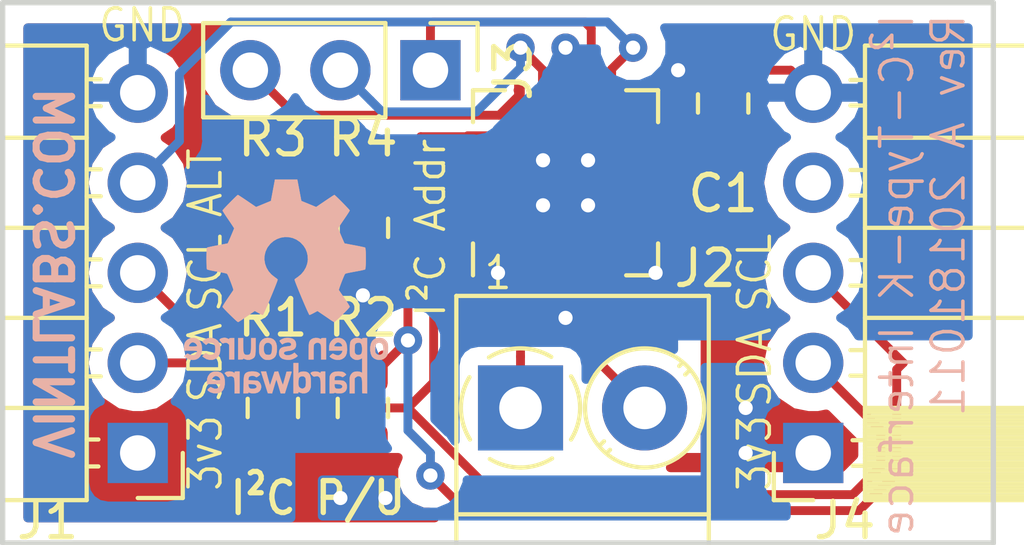
<source format=kicad_pcb>
(kicad_pcb (version 20171130) (host pcbnew 5.0.0)

  (general
    (thickness 1.6)
    (drawings 22)
    (tracks 114)
    (zones 0)
    (modules 11)
    (nets 13)
  )

  (page A4)
  (layers
    (0 F.Cu signal hide)
    (31 B.Cu signal hide)
    (32 B.Adhes user)
    (33 F.Adhes user)
    (34 B.Paste user)
    (35 F.Paste user)
    (36 B.SilkS user)
    (37 F.SilkS user)
    (38 B.Mask user)
    (39 F.Mask user)
    (40 Dwgs.User user)
    (41 Cmts.User user)
    (42 Eco1.User user)
    (43 Eco2.User user)
    (44 Edge.Cuts user)
    (45 Margin user)
    (46 B.CrtYd user)
    (47 F.CrtYd user)
    (48 B.Fab user)
    (49 F.Fab user)
  )

  (setup
    (last_trace_width 0.25)
    (trace_clearance 0.2)
    (zone_clearance 0.508)
    (zone_45_only no)
    (trace_min 0.2)
    (segment_width 0.2)
    (edge_width 0.15)
    (via_size 0.8)
    (via_drill 0.4)
    (via_min_size 0.4)
    (via_min_drill 0.3)
    (uvia_size 0.3)
    (uvia_drill 0.1)
    (uvias_allowed no)
    (uvia_min_size 0.2)
    (uvia_min_drill 0.1)
    (pcb_text_width 0.3)
    (pcb_text_size 1.5 1.5)
    (mod_edge_width 0.15)
    (mod_text_size 1 1)
    (mod_text_width 0.15)
    (pad_size 2.5 2.5)
    (pad_drill 0)
    (pad_to_mask_clearance 0.2)
    (aux_axis_origin 0 0)
    (visible_elements FFFFFF7F)
    (pcbplotparams
      (layerselection 0x010fc_ffffffff)
      (usegerberextensions false)
      (usegerberattributes false)
      (usegerberadvancedattributes false)
      (creategerberjobfile false)
      (excludeedgelayer true)
      (linewidth 0.100000)
      (plotframeref false)
      (viasonmask false)
      (mode 1)
      (useauxorigin false)
      (hpglpennumber 1)
      (hpglpenspeed 20)
      (hpglpendiameter 15.000000)
      (psnegative false)
      (psa4output false)
      (plotreference true)
      (plotvalue true)
      (plotinvisibletext false)
      (padsonsilk false)
      (subtractmaskfromsilk false)
      (outputformat 1)
      (mirror false)
      (drillshape 0)
      (scaleselection 1)
      (outputdirectory "gerber/"))
  )

  (net 0 "")
  (net 1 VDD)
  (net 2 SDA)
  (net 3 SCL)
  (net 4 "Net-(R3-Pad2)")
  (net 5 Earth)
  (net 6 "Net-(J2-Pad1)")
  (net 7 "Net-(J2-Pad2)")
  (net 8 ALERT1)
  (net 9 "Net-(J3-Pad2)")
  (net 10 "Net-(J3-Pad3)")
  (net 11 "Net-(J4-Pad4)")
  (net 12 /ALERT2)

  (net_class Default "This is the default net class."
    (clearance 0.2)
    (trace_width 0.25)
    (via_dia 0.8)
    (via_drill 0.4)
    (uvia_dia 0.3)
    (uvia_drill 0.1)
    (add_net /ALERT2)
    (add_net ALERT1)
    (add_net Earth)
    (add_net "Net-(J2-Pad1)")
    (add_net "Net-(J2-Pad2)")
    (add_net "Net-(J3-Pad2)")
    (add_net "Net-(J3-Pad3)")
    (add_net "Net-(J4-Pad4)")
    (add_net "Net-(R3-Pad2)")
    (add_net SCL)
    (add_net SDA)
    (add_net VDD)
  )

  (module MCP9600:QFN-20-1EP_5x5mm_P0.65mm_EP3.35x3.35mm (layer F.Cu) (tedit 5BBFE04B) (tstamp 5BCB1151)
    (at 194.945 83.82 90)
    (descr "QFN, 20 Pin (http://ww1.microchip.com/downloads/en/PackagingSpec/00000049BQ.pdf (Page 276)), generated with kicad-footprint-generator ipc_dfn_qfn_generator.py")
    (tags "QFN DFN_QFN")
    (path /5BBF06EE)
    (attr smd)
    (fp_text reference U1 (at 0 -3.8 90) (layer F.SilkS) hide
      (effects (font (size 1 1) (thickness 0.15)))
    )
    (fp_text value MCP9600 (at 0 3.8 90) (layer F.Fab)
      (effects (font (size 1 1) (thickness 0.15)))
    )
    (fp_text user %R (at 0 0 90) (layer F.Fab)
      (effects (font (size 1 1) (thickness 0.15)))
    )
    (fp_line (start 3.1 -3.1) (end -3.1 -3.1) (layer F.CrtYd) (width 0.05))
    (fp_line (start 3.1 3.1) (end 3.1 -3.1) (layer F.CrtYd) (width 0.05))
    (fp_line (start -3.1 3.1) (end 3.1 3.1) (layer F.CrtYd) (width 0.05))
    (fp_line (start -3.1 -3.1) (end -3.1 3.1) (layer F.CrtYd) (width 0.05))
    (fp_line (start -2.5 -1.5) (end -1.5 -2.5) (layer F.Fab) (width 0.1))
    (fp_line (start -2.5 2.5) (end -2.5 -1.5) (layer F.Fab) (width 0.1))
    (fp_line (start 2.5 2.5) (end -2.5 2.5) (layer F.Fab) (width 0.1))
    (fp_line (start 2.5 -2.5) (end 2.5 2.5) (layer F.Fab) (width 0.1))
    (fp_line (start -1.5 -2.5) (end 2.5 -2.5) (layer F.Fab) (width 0.1))
    (fp_line (start -1.71 -2.61) (end -2.61 -2.61) (layer F.SilkS) (width 0.12))
    (fp_line (start 2.61 2.61) (end 2.61 1.71) (layer F.SilkS) (width 0.12))
    (fp_line (start 1.71 2.61) (end 2.61 2.61) (layer F.SilkS) (width 0.12))
    (fp_line (start -2.61 2.61) (end -2.61 1.71) (layer F.SilkS) (width 0.12))
    (fp_line (start -1.71 2.61) (end -2.61 2.61) (layer F.SilkS) (width 0.12))
    (fp_line (start 2.61 -2.61) (end 2.61 -1.71) (layer F.SilkS) (width 0.12))
    (fp_line (start 1.71 -2.61) (end 2.61 -2.61) (layer F.SilkS) (width 0.12))
    (pad 20 smd roundrect (at -1.3 -2.475 90) (size 0.3 0.75) (layers F.Cu F.Paste F.Mask) (roundrect_rratio 0.25)
      (net 2 SDA))
    (pad 19 smd roundrect (at -0.65 -2.475 90) (size 0.3 0.75) (layers F.Cu F.Paste F.Mask) (roundrect_rratio 0.25)
      (net 3 SCL))
    (pad 18 smd roundrect (at 0 -2.475 90) (size 0.3 0.75) (layers F.Cu F.Paste F.Mask) (roundrect_rratio 0.25)
      (net 5 Earth))
    (pad 17 smd roundrect (at 0.65 -2.475 90) (size 0.3 0.75) (layers F.Cu F.Paste F.Mask) (roundrect_rratio 0.25)
      (net 5 Earth))
    (pad 16 smd roundrect (at 1.3 -2.475 90) (size 0.3 0.75) (layers F.Cu F.Paste F.Mask) (roundrect_rratio 0.25)
      (net 4 "Net-(R3-Pad2)"))
    (pad 15 smd roundrect (at 2.475 -1.3 90) (size 0.75 0.3) (layers F.Cu F.Paste F.Mask) (roundrect_rratio 0.25)
      (net 10 "Net-(J3-Pad3)"))
    (pad 14 smd roundrect (at 2.475 -0.65 90) (size 0.75 0.3) (layers F.Cu F.Paste F.Mask) (roundrect_rratio 0.25)
      (net 9 "Net-(J3-Pad2)"))
    (pad 13 smd roundrect (at 2.475 0 90) (size 0.75 0.3) (layers F.Cu F.Paste F.Mask) (roundrect_rratio 0.25)
      (net 5 Earth))
    (pad 12 smd roundrect (at 2.475 0.65 90) (size 0.75 0.3) (layers F.Cu F.Paste F.Mask) (roundrect_rratio 0.25)
      (net 12 /ALERT2))
    (pad 11 smd roundrect (at 2.475 1.3 90) (size 0.75 0.3) (layers F.Cu F.Paste F.Mask) (roundrect_rratio 0.25)
      (net 8 ALERT1))
    (pad 10 smd roundrect (at 1.3 2.475 90) (size 0.3 0.75) (layers F.Cu F.Paste F.Mask) (roundrect_rratio 0.25)
      (net 5 Earth))
    (pad 9 smd roundrect (at 0.65 2.475 90) (size 0.3 0.75) (layers F.Cu F.Paste F.Mask) (roundrect_rratio 0.25)
      (net 5 Earth))
    (pad 8 smd roundrect (at 0 2.475 90) (size 0.3 0.75) (layers F.Cu F.Paste F.Mask) (roundrect_rratio 0.25)
      (net 1 VDD))
    (pad 7 smd roundrect (at -0.65 2.475 90) (size 0.3 0.75) (layers F.Cu F.Paste F.Mask) (roundrect_rratio 0.25)
      (net 5 Earth))
    (pad 6 smd roundrect (at -1.3 2.475 90) (size 0.3 0.75) (layers F.Cu F.Paste F.Mask) (roundrect_rratio 0.25)
      (net 5 Earth))
    (pad 5 smd roundrect (at -2.475 1.3 90) (size 0.75 0.3) (layers F.Cu F.Paste F.Mask) (roundrect_rratio 0.25)
      (net 5 Earth))
    (pad 4 smd roundrect (at -2.475 0.65 90) (size 0.75 0.3) (layers F.Cu F.Paste F.Mask) (roundrect_rratio 0.25)
      (net 7 "Net-(J2-Pad2)"))
    (pad 3 smd roundrect (at -2.475 0 90) (size 0.75 0.3) (layers F.Cu F.Paste F.Mask) (roundrect_rratio 0.25)
      (net 5 Earth))
    (pad 2 smd roundrect (at -2.475 -0.65 90) (size 0.75 0.3) (layers F.Cu F.Paste F.Mask) (roundrect_rratio 0.25)
      (net 6 "Net-(J2-Pad1)"))
    (pad 1 smd roundrect (at -2.475 -1.3 90) (size 0.75 0.3) (layers F.Cu F.Paste F.Mask) (roundrect_rratio 0.25)
      (net 5 Earth))
    (model ${KISYS3DMOD}/Package_DFN_QFN.3dshapes/QFN-20-1EP_5x5mm_P0.65mm_EP3.35x3.35mm.wrl
      (at (xyz 0 0 0))
      (scale (xyz 1 1 1))
      (rotate (xyz 0 0 0))
    )
  )

  (module Connector_PinHeader_2.54mm:PinHeader_1x03_P2.54mm_Vertical (layer F.Cu) (tedit 59FED5CC) (tstamp 5BCE6FF5)
    (at 191.135 80.645 270)
    (descr "Through hole straight pin header, 1x03, 2.54mm pitch, single row")
    (tags "Through hole pin header THT 1x03 2.54mm single row")
    (path /5BC65029)
    (fp_text reference J3 (at 0 -2.33 270) (layer F.SilkS)
      (effects (font (size 1 1) (thickness 0.15)))
    )
    (fp_text value Conn_01x03 (at 0 7.41 270) (layer F.Fab)
      (effects (font (size 1 1) (thickness 0.15)))
    )
    (fp_text user %R (at 0 2.54) (layer F.Fab)
      (effects (font (size 1 1) (thickness 0.15)))
    )
    (fp_line (start 1.8 -1.8) (end -1.8 -1.8) (layer F.CrtYd) (width 0.05))
    (fp_line (start 1.8 6.85) (end 1.8 -1.8) (layer F.CrtYd) (width 0.05))
    (fp_line (start -1.8 6.85) (end 1.8 6.85) (layer F.CrtYd) (width 0.05))
    (fp_line (start -1.8 -1.8) (end -1.8 6.85) (layer F.CrtYd) (width 0.05))
    (fp_line (start -1.33 -1.33) (end 0 -1.33) (layer F.SilkS) (width 0.12))
    (fp_line (start -1.33 0) (end -1.33 -1.33) (layer F.SilkS) (width 0.12))
    (fp_line (start -1.33 1.27) (end 1.33 1.27) (layer F.SilkS) (width 0.12))
    (fp_line (start 1.33 1.27) (end 1.33 6.41) (layer F.SilkS) (width 0.12))
    (fp_line (start -1.33 1.27) (end -1.33 6.41) (layer F.SilkS) (width 0.12))
    (fp_line (start -1.33 6.41) (end 1.33 6.41) (layer F.SilkS) (width 0.12))
    (fp_line (start -1.27 -0.635) (end -0.635 -1.27) (layer F.Fab) (width 0.1))
    (fp_line (start -1.27 6.35) (end -1.27 -0.635) (layer F.Fab) (width 0.1))
    (fp_line (start 1.27 6.35) (end -1.27 6.35) (layer F.Fab) (width 0.1))
    (fp_line (start 1.27 -1.27) (end 1.27 6.35) (layer F.Fab) (width 0.1))
    (fp_line (start -0.635 -1.27) (end 1.27 -1.27) (layer F.Fab) (width 0.1))
    (pad 3 thru_hole oval (at 0 5.08 270) (size 1.7 1.7) (drill 1) (layers *.Cu *.Mask)
      (net 10 "Net-(J3-Pad3)"))
    (pad 2 thru_hole oval (at 0 2.54 270) (size 1.7 1.7) (drill 1) (layers *.Cu *.Mask)
      (net 9 "Net-(J3-Pad2)"))
    (pad 1 thru_hole rect (at 0 0 270) (size 1.7 1.7) (drill 1) (layers *.Cu *.Mask)
      (net 12 /ALERT2))
    (model ${KISYS3DMOD}/Connector_PinHeader_2.54mm.3dshapes/PinHeader_1x03_P2.54mm_Vertical.wrl
      (at (xyz 0 0 0))
      (scale (xyz 1 1 1))
      (rotate (xyz 0 0 0))
    )
  )

  (module Connector_PinSocket_2.54mm:PinSocket_1x05_P2.54mm_Horizontal (layer F.Cu) (tedit 5A19A431) (tstamp 5BCB19CA)
    (at 201.93 91.44 180)
    (descr "Through hole angled socket strip, 1x05, 2.54mm pitch, 8.51mm socket length, single row (from Kicad 4.0.7), script generated")
    (tags "Through hole angled socket strip THT 1x05 2.54mm single row")
    (path /5BC4960F)
    (fp_text reference J4 (at -0.889 -1.905 180) (layer F.SilkS)
      (effects (font (size 1 1) (thickness 0.15)))
    )
    (fp_text value Conn_01x05 (at -4.38 12.93 180) (layer F.Fab)
      (effects (font (size 1 1) (thickness 0.15)))
    )
    (fp_line (start -10.03 -1.27) (end -2.49 -1.27) (layer F.Fab) (width 0.1))
    (fp_line (start -2.49 -1.27) (end -1.52 -0.3) (layer F.Fab) (width 0.1))
    (fp_line (start -1.52 -0.3) (end -1.52 11.43) (layer F.Fab) (width 0.1))
    (fp_line (start -1.52 11.43) (end -10.03 11.43) (layer F.Fab) (width 0.1))
    (fp_line (start -10.03 11.43) (end -10.03 -1.27) (layer F.Fab) (width 0.1))
    (fp_line (start 0 -0.3) (end -1.52 -0.3) (layer F.Fab) (width 0.1))
    (fp_line (start -1.52 0.3) (end 0 0.3) (layer F.Fab) (width 0.1))
    (fp_line (start 0 0.3) (end 0 -0.3) (layer F.Fab) (width 0.1))
    (fp_line (start 0 2.24) (end -1.52 2.24) (layer F.Fab) (width 0.1))
    (fp_line (start -1.52 2.84) (end 0 2.84) (layer F.Fab) (width 0.1))
    (fp_line (start 0 2.84) (end 0 2.24) (layer F.Fab) (width 0.1))
    (fp_line (start 0 4.78) (end -1.52 4.78) (layer F.Fab) (width 0.1))
    (fp_line (start -1.52 5.38) (end 0 5.38) (layer F.Fab) (width 0.1))
    (fp_line (start 0 5.38) (end 0 4.78) (layer F.Fab) (width 0.1))
    (fp_line (start 0 7.32) (end -1.52 7.32) (layer F.Fab) (width 0.1))
    (fp_line (start -1.52 7.92) (end 0 7.92) (layer F.Fab) (width 0.1))
    (fp_line (start 0 7.92) (end 0 7.32) (layer F.Fab) (width 0.1))
    (fp_line (start 0 9.86) (end -1.52 9.86) (layer F.Fab) (width 0.1))
    (fp_line (start -1.52 10.46) (end 0 10.46) (layer F.Fab) (width 0.1))
    (fp_line (start 0 10.46) (end 0 9.86) (layer F.Fab) (width 0.1))
    (fp_line (start -10.09 -1.21) (end -1.46 -1.21) (layer F.SilkS) (width 0.12))
    (fp_line (start -10.09 -1.091905) (end -1.46 -1.091905) (layer F.SilkS) (width 0.12))
    (fp_line (start -10.09 -0.97381) (end -1.46 -0.97381) (layer F.SilkS) (width 0.12))
    (fp_line (start -10.09 -0.855715) (end -1.46 -0.855715) (layer F.SilkS) (width 0.12))
    (fp_line (start -10.09 -0.73762) (end -1.46 -0.73762) (layer F.SilkS) (width 0.12))
    (fp_line (start -10.09 -0.619525) (end -1.46 -0.619525) (layer F.SilkS) (width 0.12))
    (fp_line (start -10.09 -0.50143) (end -1.46 -0.50143) (layer F.SilkS) (width 0.12))
    (fp_line (start -10.09 -0.383335) (end -1.46 -0.383335) (layer F.SilkS) (width 0.12))
    (fp_line (start -10.09 -0.26524) (end -1.46 -0.26524) (layer F.SilkS) (width 0.12))
    (fp_line (start -10.09 -0.147145) (end -1.46 -0.147145) (layer F.SilkS) (width 0.12))
    (fp_line (start -10.09 -0.02905) (end -1.46 -0.02905) (layer F.SilkS) (width 0.12))
    (fp_line (start -10.09 0.089045) (end -1.46 0.089045) (layer F.SilkS) (width 0.12))
    (fp_line (start -10.09 0.20714) (end -1.46 0.20714) (layer F.SilkS) (width 0.12))
    (fp_line (start -10.09 0.325235) (end -1.46 0.325235) (layer F.SilkS) (width 0.12))
    (fp_line (start -10.09 0.44333) (end -1.46 0.44333) (layer F.SilkS) (width 0.12))
    (fp_line (start -10.09 0.561425) (end -1.46 0.561425) (layer F.SilkS) (width 0.12))
    (fp_line (start -10.09 0.67952) (end -1.46 0.67952) (layer F.SilkS) (width 0.12))
    (fp_line (start -10.09 0.797615) (end -1.46 0.797615) (layer F.SilkS) (width 0.12))
    (fp_line (start -10.09 0.91571) (end -1.46 0.91571) (layer F.SilkS) (width 0.12))
    (fp_line (start -10.09 1.033805) (end -1.46 1.033805) (layer F.SilkS) (width 0.12))
    (fp_line (start -10.09 1.1519) (end -1.46 1.1519) (layer F.SilkS) (width 0.12))
    (fp_line (start -1.46 -0.36) (end -1.11 -0.36) (layer F.SilkS) (width 0.12))
    (fp_line (start -1.46 0.36) (end -1.11 0.36) (layer F.SilkS) (width 0.12))
    (fp_line (start -1.46 2.18) (end -1.05 2.18) (layer F.SilkS) (width 0.12))
    (fp_line (start -1.46 2.9) (end -1.05 2.9) (layer F.SilkS) (width 0.12))
    (fp_line (start -1.46 4.72) (end -1.05 4.72) (layer F.SilkS) (width 0.12))
    (fp_line (start -1.46 5.44) (end -1.05 5.44) (layer F.SilkS) (width 0.12))
    (fp_line (start -1.46 7.26) (end -1.05 7.26) (layer F.SilkS) (width 0.12))
    (fp_line (start -1.46 7.98) (end -1.05 7.98) (layer F.SilkS) (width 0.12))
    (fp_line (start -1.46 9.8) (end -1.05 9.8) (layer F.SilkS) (width 0.12))
    (fp_line (start -1.46 10.52) (end -1.05 10.52) (layer F.SilkS) (width 0.12))
    (fp_line (start -10.09 1.27) (end -1.46 1.27) (layer F.SilkS) (width 0.12))
    (fp_line (start -10.09 3.81) (end -1.46 3.81) (layer F.SilkS) (width 0.12))
    (fp_line (start -10.09 6.35) (end -1.46 6.35) (layer F.SilkS) (width 0.12))
    (fp_line (start -10.09 8.89) (end -1.46 8.89) (layer F.SilkS) (width 0.12))
    (fp_line (start -10.09 -1.33) (end -1.46 -1.33) (layer F.SilkS) (width 0.12))
    (fp_line (start -1.46 -1.33) (end -1.46 11.49) (layer F.SilkS) (width 0.12))
    (fp_line (start -10.09 11.49) (end -1.46 11.49) (layer F.SilkS) (width 0.12))
    (fp_line (start -10.09 -1.33) (end -10.09 11.49) (layer F.SilkS) (width 0.12))
    (fp_line (start 1.11 -1.33) (end 1.11 0) (layer F.SilkS) (width 0.12))
    (fp_line (start 0 -1.33) (end 1.11 -1.33) (layer F.SilkS) (width 0.12))
    (fp_line (start 1.75 -1.75) (end -10.55 -1.75) (layer F.CrtYd) (width 0.05))
    (fp_line (start -10.55 -1.75) (end -10.55 11.95) (layer F.CrtYd) (width 0.05))
    (fp_line (start -10.55 11.95) (end 1.75 11.95) (layer F.CrtYd) (width 0.05))
    (fp_line (start 1.75 11.95) (end 1.75 -1.75) (layer F.CrtYd) (width 0.05))
    (fp_text user %R (at -5.775 5.08 270) (layer F.Fab)
      (effects (font (size 1 1) (thickness 0.15)))
    )
    (pad 1 thru_hole rect (at 0 0 180) (size 1.7 1.7) (drill 1) (layers *.Cu *.Mask)
      (net 1 VDD))
    (pad 2 thru_hole oval (at 0 2.54 180) (size 1.7 1.7) (drill 1) (layers *.Cu *.Mask)
      (net 2 SDA))
    (pad 3 thru_hole oval (at 0 5.08 180) (size 1.7 1.7) (drill 1) (layers *.Cu *.Mask)
      (net 3 SCL))
    (pad 4 thru_hole oval (at 0 7.62 180) (size 1.7 1.7) (drill 1) (layers *.Cu *.Mask)
      (net 11 "Net-(J4-Pad4)"))
    (pad 5 thru_hole oval (at 0 10.16 180) (size 1.7 1.7) (drill 1) (layers *.Cu *.Mask)
      (net 5 Earth))
    (model ${KISYS3DMOD}/Connector_PinSocket_2.54mm.3dshapes/PinSocket_1x05_P2.54mm_Horizontal.wrl
      (at (xyz 0 0 0))
      (scale (xyz 1 1 1))
      (rotate (xyz 0 0 0))
    )
  )

  (module Capacitor_SMD:C_0805_2012Metric (layer F.Cu) (tedit 5BBFEB2D) (tstamp 5BCB1204)
    (at 199.39 81.5825 90)
    (descr "Capacitor SMD 0805 (2012 Metric), square (rectangular) end terminal, IPC_7351 nominal, (Body size source: https://docs.google.com/spreadsheets/d/1BsfQQcO9C6DZCsRaXUlFlo91Tg2WpOkGARC1WS5S8t0/edit?usp=sharing), generated with kicad-footprint-generator")
    (tags capacitor)
    (path /5BBF23E1)
    (attr smd)
    (fp_text reference C1 (at -2.54 0 180) (layer F.SilkS)
      (effects (font (size 1 1) (thickness 0.15)))
    )
    (fp_text value 10uF (at 0 1.65 90) (layer F.Fab) hide
      (effects (font (size 1 1) (thickness 0.15)))
    )
    (fp_line (start -1 0.6) (end -1 -0.6) (layer F.Fab) (width 0.1))
    (fp_line (start -1 -0.6) (end 1 -0.6) (layer F.Fab) (width 0.1))
    (fp_line (start 1 -0.6) (end 1 0.6) (layer F.Fab) (width 0.1))
    (fp_line (start 1 0.6) (end -1 0.6) (layer F.Fab) (width 0.1))
    (fp_line (start -0.258578 -0.71) (end 0.258578 -0.71) (layer F.SilkS) (width 0.12))
    (fp_line (start -0.258578 0.71) (end 0.258578 0.71) (layer F.SilkS) (width 0.12))
    (fp_line (start -1.68 0.95) (end -1.68 -0.95) (layer F.CrtYd) (width 0.05))
    (fp_line (start -1.68 -0.95) (end 1.68 -0.95) (layer F.CrtYd) (width 0.05))
    (fp_line (start 1.68 -0.95) (end 1.68 0.95) (layer F.CrtYd) (width 0.05))
    (fp_line (start 1.68 0.95) (end -1.68 0.95) (layer F.CrtYd) (width 0.05))
    (fp_text user %R (at 0 0 90) (layer F.Fab)
      (effects (font (size 0.5 0.5) (thickness 0.08)))
    )
    (pad 1 smd roundrect (at -0.9375 0 90) (size 0.975 1.4) (layers F.Cu F.Paste F.Mask) (roundrect_rratio 0.25)
      (net 1 VDD))
    (pad 2 smd roundrect (at 0.9375 0 90) (size 0.975 1.4) (layers F.Cu F.Paste F.Mask) (roundrect_rratio 0.25)
      (net 5 Earth))
    (model ${KISYS3DMOD}/Capacitor_SMD.3dshapes/C_0805_2012Metric.wrl
      (at (xyz 0 0 0))
      (scale (xyz 1 1 1))
      (rotate (xyz 0 0 0))
    )
  )

  (module Connector_PinHeader_2.54mm:PinHeader_1x05_P2.54mm_Horizontal (layer F.Cu) (tedit 59FED5CB) (tstamp 5BCB11DD)
    (at 182.88 91.44 180)
    (descr "Through hole angled pin header, 1x05, 2.54mm pitch, 6mm pin length, single row")
    (tags "Through hole angled pin header THT 1x05 2.54mm single row")
    (path /5BC0CED6)
    (fp_text reference J1 (at 2.54 -1.905 180) (layer F.SilkS)
      (effects (font (size 1 1) (thickness 0.15)))
    )
    (fp_text value Conn_01x05 (at 4.385 12.43 180) (layer F.Fab)
      (effects (font (size 1 1) (thickness 0.15)))
    )
    (fp_line (start 2.135 -1.27) (end 4.04 -1.27) (layer F.Fab) (width 0.1))
    (fp_line (start 4.04 -1.27) (end 4.04 11.43) (layer F.Fab) (width 0.1))
    (fp_line (start 4.04 11.43) (end 1.5 11.43) (layer F.Fab) (width 0.1))
    (fp_line (start 1.5 11.43) (end 1.5 -0.635) (layer F.Fab) (width 0.1))
    (fp_line (start 1.5 -0.635) (end 2.135 -1.27) (layer F.Fab) (width 0.1))
    (fp_line (start -0.32 -0.32) (end 1.5 -0.32) (layer F.Fab) (width 0.1))
    (fp_line (start -0.32 -0.32) (end -0.32 0.32) (layer F.Fab) (width 0.1))
    (fp_line (start -0.32 0.32) (end 1.5 0.32) (layer F.Fab) (width 0.1))
    (fp_line (start 4.04 -0.32) (end 10.04 -0.32) (layer F.Fab) (width 0.1))
    (fp_line (start 10.04 -0.32) (end 10.04 0.32) (layer F.Fab) (width 0.1))
    (fp_line (start 4.04 0.32) (end 10.04 0.32) (layer F.Fab) (width 0.1))
    (fp_line (start -0.32 2.22) (end 1.5 2.22) (layer F.Fab) (width 0.1))
    (fp_line (start -0.32 2.22) (end -0.32 2.86) (layer F.Fab) (width 0.1))
    (fp_line (start -0.32 2.86) (end 1.5 2.86) (layer F.Fab) (width 0.1))
    (fp_line (start 4.04 2.22) (end 10.04 2.22) (layer F.Fab) (width 0.1))
    (fp_line (start 10.04 2.22) (end 10.04 2.86) (layer F.Fab) (width 0.1))
    (fp_line (start 4.04 2.86) (end 10.04 2.86) (layer F.Fab) (width 0.1))
    (fp_line (start -0.32 4.76) (end 1.5 4.76) (layer F.Fab) (width 0.1))
    (fp_line (start -0.32 4.76) (end -0.32 5.4) (layer F.Fab) (width 0.1))
    (fp_line (start -0.32 5.4) (end 1.5 5.4) (layer F.Fab) (width 0.1))
    (fp_line (start 4.04 4.76) (end 10.04 4.76) (layer F.Fab) (width 0.1))
    (fp_line (start 10.04 4.76) (end 10.04 5.4) (layer F.Fab) (width 0.1))
    (fp_line (start 4.04 5.4) (end 10.04 5.4) (layer F.Fab) (width 0.1))
    (fp_line (start -0.32 7.3) (end 1.5 7.3) (layer F.Fab) (width 0.1))
    (fp_line (start -0.32 7.3) (end -0.32 7.94) (layer F.Fab) (width 0.1))
    (fp_line (start -0.32 7.94) (end 1.5 7.94) (layer F.Fab) (width 0.1))
    (fp_line (start 4.04 7.3) (end 10.04 7.3) (layer F.Fab) (width 0.1))
    (fp_line (start 10.04 7.3) (end 10.04 7.94) (layer F.Fab) (width 0.1))
    (fp_line (start 4.04 7.94) (end 10.04 7.94) (layer F.Fab) (width 0.1))
    (fp_line (start -0.32 9.84) (end 1.5 9.84) (layer F.Fab) (width 0.1))
    (fp_line (start -0.32 9.84) (end -0.32 10.48) (layer F.Fab) (width 0.1))
    (fp_line (start -0.32 10.48) (end 1.5 10.48) (layer F.Fab) (width 0.1))
    (fp_line (start 4.04 9.84) (end 10.04 9.84) (layer F.Fab) (width 0.1))
    (fp_line (start 10.04 9.84) (end 10.04 10.48) (layer F.Fab) (width 0.1))
    (fp_line (start 4.04 10.48) (end 10.04 10.48) (layer F.Fab) (width 0.1))
    (fp_line (start 1.44 -1.33) (end 1.44 11.49) (layer F.SilkS) (width 0.12))
    (fp_line (start 1.44 11.49) (end 4.1 11.49) (layer F.SilkS) (width 0.12))
    (fp_line (start 4.1 11.49) (end 4.1 -1.33) (layer F.SilkS) (width 0.12))
    (fp_line (start 4.1 -1.33) (end 1.44 -1.33) (layer F.SilkS) (width 0.12))
    (fp_line (start 4.1 -0.38) (end 10.1 -0.38) (layer F.SilkS) (width 0.12))
    (fp_line (start 10.1 -0.38) (end 10.1 0.38) (layer F.SilkS) (width 0.12))
    (fp_line (start 10.1 0.38) (end 4.1 0.38) (layer F.SilkS) (width 0.12))
    (fp_line (start 4.1 -0.32) (end 10.1 -0.32) (layer F.SilkS) (width 0.12))
    (fp_line (start 4.1 -0.2) (end 10.1 -0.2) (layer F.SilkS) (width 0.12))
    (fp_line (start 4.1 -0.08) (end 10.1 -0.08) (layer F.SilkS) (width 0.12))
    (fp_line (start 4.1 0.04) (end 10.1 0.04) (layer F.SilkS) (width 0.12))
    (fp_line (start 4.1 0.16) (end 10.1 0.16) (layer F.SilkS) (width 0.12))
    (fp_line (start 4.1 0.28) (end 10.1 0.28) (layer F.SilkS) (width 0.12))
    (fp_line (start 1.11 -0.38) (end 1.44 -0.38) (layer F.SilkS) (width 0.12))
    (fp_line (start 1.11 0.38) (end 1.44 0.38) (layer F.SilkS) (width 0.12))
    (fp_line (start 1.44 1.27) (end 4.1 1.27) (layer F.SilkS) (width 0.12))
    (fp_line (start 4.1 2.16) (end 10.1 2.16) (layer F.SilkS) (width 0.12))
    (fp_line (start 10.1 2.16) (end 10.1 2.92) (layer F.SilkS) (width 0.12))
    (fp_line (start 10.1 2.92) (end 4.1 2.92) (layer F.SilkS) (width 0.12))
    (fp_line (start 1.042929 2.16) (end 1.44 2.16) (layer F.SilkS) (width 0.12))
    (fp_line (start 1.042929 2.92) (end 1.44 2.92) (layer F.SilkS) (width 0.12))
    (fp_line (start 1.44 3.81) (end 4.1 3.81) (layer F.SilkS) (width 0.12))
    (fp_line (start 4.1 4.7) (end 10.1 4.7) (layer F.SilkS) (width 0.12))
    (fp_line (start 10.1 4.7) (end 10.1 5.46) (layer F.SilkS) (width 0.12))
    (fp_line (start 10.1 5.46) (end 4.1 5.46) (layer F.SilkS) (width 0.12))
    (fp_line (start 1.042929 4.7) (end 1.44 4.7) (layer F.SilkS) (width 0.12))
    (fp_line (start 1.042929 5.46) (end 1.44 5.46) (layer F.SilkS) (width 0.12))
    (fp_line (start 1.44 6.35) (end 4.1 6.35) (layer F.SilkS) (width 0.12))
    (fp_line (start 4.1 7.24) (end 10.1 7.24) (layer F.SilkS) (width 0.12))
    (fp_line (start 10.1 7.24) (end 10.1 8) (layer F.SilkS) (width 0.12))
    (fp_line (start 10.1 8) (end 4.1 8) (layer F.SilkS) (width 0.12))
    (fp_line (start 1.042929 7.24) (end 1.44 7.24) (layer F.SilkS) (width 0.12))
    (fp_line (start 1.042929 8) (end 1.44 8) (layer F.SilkS) (width 0.12))
    (fp_line (start 1.44 8.89) (end 4.1 8.89) (layer F.SilkS) (width 0.12))
    (fp_line (start 4.1 9.78) (end 10.1 9.78) (layer F.SilkS) (width 0.12))
    (fp_line (start 10.1 9.78) (end 10.1 10.54) (layer F.SilkS) (width 0.12))
    (fp_line (start 10.1 10.54) (end 4.1 10.54) (layer F.SilkS) (width 0.12))
    (fp_line (start 1.042929 9.78) (end 1.44 9.78) (layer F.SilkS) (width 0.12))
    (fp_line (start 1.042929 10.54) (end 1.44 10.54) (layer F.SilkS) (width 0.12))
    (fp_line (start -1.27 0) (end -1.27 -1.27) (layer F.SilkS) (width 0.12))
    (fp_line (start -1.27 -1.27) (end 0 -1.27) (layer F.SilkS) (width 0.12))
    (fp_line (start -1.8 -1.8) (end -1.8 11.95) (layer F.CrtYd) (width 0.05))
    (fp_line (start -1.8 11.95) (end 10.55 11.95) (layer F.CrtYd) (width 0.05))
    (fp_line (start 10.55 11.95) (end 10.55 -1.8) (layer F.CrtYd) (width 0.05))
    (fp_line (start 10.55 -1.8) (end -1.8 -1.8) (layer F.CrtYd) (width 0.05))
    (fp_text user %R (at 2.77 5.08 270) (layer F.Fab)
      (effects (font (size 1 1) (thickness 0.15)))
    )
    (pad 1 thru_hole rect (at 0 0 180) (size 1.7 1.7) (drill 1) (layers *.Cu *.Mask)
      (net 1 VDD))
    (pad 2 thru_hole oval (at 0 2.54 180) (size 1.7 1.7) (drill 1) (layers *.Cu *.Mask)
      (net 2 SDA))
    (pad 3 thru_hole oval (at 0 5.08 180) (size 1.7 1.7) (drill 1) (layers *.Cu *.Mask)
      (net 3 SCL))
    (pad 4 thru_hole oval (at 0 7.62 180) (size 1.7 1.7) (drill 1) (layers *.Cu *.Mask)
      (net 8 ALERT1))
    (pad 5 thru_hole oval (at 0 10.16 180) (size 1.7 1.7) (drill 1) (layers *.Cu *.Mask)
      (net 5 Earth))
    (model ${KISYS3DMOD}/Connector_PinHeader_2.54mm.3dshapes/PinHeader_1x05_P2.54mm_Horizontal.wrl
      (at (xyz 0 0 0))
      (scale (xyz 1 1 1))
      (rotate (xyz 0 0 0))
    )
  )

  (module Resistor_SMD:R_0805_2012Metric (layer F.Cu) (tedit 5B36C52B) (tstamp 5BCB1123)
    (at 189.23 85.09 270)
    (descr "Resistor SMD 0805 (2012 Metric), square (rectangular) end terminal, IPC_7351 nominal, (Body size source: https://docs.google.com/spreadsheets/d/1BsfQQcO9C6DZCsRaXUlFlo91Tg2WpOkGARC1WS5S8t0/edit?usp=sharing), generated with kicad-footprint-generator")
    (tags resistor)
    (path /5BBF9637)
    (attr smd)
    (fp_text reference R4 (at -2.54 0) (layer F.SilkS)
      (effects (font (size 1 1) (thickness 0.15)))
    )
    (fp_text value 10k (at 0 1.65 270) (layer F.Fab)
      (effects (font (size 1 1) (thickness 0.15)))
    )
    (fp_text user %R (at 0 0 270) (layer F.Fab)
      (effects (font (size 0.5 0.5) (thickness 0.08)))
    )
    (fp_line (start 1.68 0.95) (end -1.68 0.95) (layer F.CrtYd) (width 0.05))
    (fp_line (start 1.68 -0.95) (end 1.68 0.95) (layer F.CrtYd) (width 0.05))
    (fp_line (start -1.68 -0.95) (end 1.68 -0.95) (layer F.CrtYd) (width 0.05))
    (fp_line (start -1.68 0.95) (end -1.68 -0.95) (layer F.CrtYd) (width 0.05))
    (fp_line (start -0.258578 0.71) (end 0.258578 0.71) (layer F.SilkS) (width 0.12))
    (fp_line (start -0.258578 -0.71) (end 0.258578 -0.71) (layer F.SilkS) (width 0.12))
    (fp_line (start 1 0.6) (end -1 0.6) (layer F.Fab) (width 0.1))
    (fp_line (start 1 -0.6) (end 1 0.6) (layer F.Fab) (width 0.1))
    (fp_line (start -1 -0.6) (end 1 -0.6) (layer F.Fab) (width 0.1))
    (fp_line (start -1 0.6) (end -1 -0.6) (layer F.Fab) (width 0.1))
    (pad 2 smd roundrect (at 0.9375 0 270) (size 0.975 1.4) (layers F.Cu F.Paste F.Mask) (roundrect_rratio 0.25)
      (net 5 Earth))
    (pad 1 smd roundrect (at -0.9375 0 270) (size 0.975 1.4) (layers F.Cu F.Paste F.Mask) (roundrect_rratio 0.25)
      (net 4 "Net-(R3-Pad2)"))
    (model ${KISYS3DMOD}/Resistor_SMD.3dshapes/R_0805_2012Metric.wrl
      (at (xyz 0 0 0))
      (scale (xyz 1 1 1))
      (rotate (xyz 0 0 0))
    )
  )

  (module Resistor_SMD:R_0805_2012Metric (layer F.Cu) (tedit 5B36C52B) (tstamp 5BCB1112)
    (at 186.69 85.09 90)
    (descr "Resistor SMD 0805 (2012 Metric), square (rectangular) end terminal, IPC_7351 nominal, (Body size source: https://docs.google.com/spreadsheets/d/1BsfQQcO9C6DZCsRaXUlFlo91Tg2WpOkGARC1WS5S8t0/edit?usp=sharing), generated with kicad-footprint-generator")
    (tags resistor)
    (path /5BBF956A)
    (attr smd)
    (fp_text reference R3 (at 2.54 0 180) (layer F.SilkS)
      (effects (font (size 1 1) (thickness 0.15)))
    )
    (fp_text value 10k (at 0 1.65 90) (layer F.Fab)
      (effects (font (size 1 1) (thickness 0.15)))
    )
    (fp_line (start -1 0.6) (end -1 -0.6) (layer F.Fab) (width 0.1))
    (fp_line (start -1 -0.6) (end 1 -0.6) (layer F.Fab) (width 0.1))
    (fp_line (start 1 -0.6) (end 1 0.6) (layer F.Fab) (width 0.1))
    (fp_line (start 1 0.6) (end -1 0.6) (layer F.Fab) (width 0.1))
    (fp_line (start -0.258578 -0.71) (end 0.258578 -0.71) (layer F.SilkS) (width 0.12))
    (fp_line (start -0.258578 0.71) (end 0.258578 0.71) (layer F.SilkS) (width 0.12))
    (fp_line (start -1.68 0.95) (end -1.68 -0.95) (layer F.CrtYd) (width 0.05))
    (fp_line (start -1.68 -0.95) (end 1.68 -0.95) (layer F.CrtYd) (width 0.05))
    (fp_line (start 1.68 -0.95) (end 1.68 0.95) (layer F.CrtYd) (width 0.05))
    (fp_line (start 1.68 0.95) (end -1.68 0.95) (layer F.CrtYd) (width 0.05))
    (fp_text user %R (at 0 0 90) (layer F.Fab)
      (effects (font (size 0.5 0.5) (thickness 0.08)))
    )
    (pad 1 smd roundrect (at -0.9375 0 90) (size 0.975 1.4) (layers F.Cu F.Paste F.Mask) (roundrect_rratio 0.25)
      (net 1 VDD))
    (pad 2 smd roundrect (at 0.9375 0 90) (size 0.975 1.4) (layers F.Cu F.Paste F.Mask) (roundrect_rratio 0.25)
      (net 4 "Net-(R3-Pad2)"))
    (model ${KISYS3DMOD}/Resistor_SMD.3dshapes/R_0805_2012Metric.wrl
      (at (xyz 0 0 0))
      (scale (xyz 1 1 1))
      (rotate (xyz 0 0 0))
    )
  )

  (module Resistor_SMD:R_0805_2012Metric (layer F.Cu) (tedit 5BBFE981) (tstamp 5BCB1101)
    (at 189.23 90.17 90)
    (descr "Resistor SMD 0805 (2012 Metric), square (rectangular) end terminal, IPC_7351 nominal, (Body size source: https://docs.google.com/spreadsheets/d/1BsfQQcO9C6DZCsRaXUlFlo91Tg2WpOkGARC1WS5S8t0/edit?usp=sharing), generated with kicad-footprint-generator")
    (tags resistor)
    (path /5BC16F9A)
    (attr smd)
    (fp_text reference R2 (at 2.54 0 180) (layer F.SilkS)
      (effects (font (size 1 1) (thickness 0.15)))
    )
    (fp_text value 10k (at 0 1.65 90) (layer F.Fab) hide
      (effects (font (size 1 1) (thickness 0.15)))
    )
    (fp_text user %R (at 0 0 90) (layer F.Fab)
      (effects (font (size 0.5 0.5) (thickness 0.08)))
    )
    (fp_line (start 1.68 0.95) (end -1.68 0.95) (layer F.CrtYd) (width 0.05))
    (fp_line (start 1.68 -0.95) (end 1.68 0.95) (layer F.CrtYd) (width 0.05))
    (fp_line (start -1.68 -0.95) (end 1.68 -0.95) (layer F.CrtYd) (width 0.05))
    (fp_line (start -1.68 0.95) (end -1.68 -0.95) (layer F.CrtYd) (width 0.05))
    (fp_line (start -0.258578 0.71) (end 0.258578 0.71) (layer F.SilkS) (width 0.12))
    (fp_line (start -0.258578 -0.71) (end 0.258578 -0.71) (layer F.SilkS) (width 0.12))
    (fp_line (start 1 0.6) (end -1 0.6) (layer F.Fab) (width 0.1))
    (fp_line (start 1 -0.6) (end 1 0.6) (layer F.Fab) (width 0.1))
    (fp_line (start -1 -0.6) (end 1 -0.6) (layer F.Fab) (width 0.1))
    (fp_line (start -1 0.6) (end -1 -0.6) (layer F.Fab) (width 0.1))
    (pad 2 smd roundrect (at 0.9375 0 90) (size 0.975 1.4) (layers F.Cu F.Paste F.Mask) (roundrect_rratio 0.25)
      (net 3 SCL))
    (pad 1 smd roundrect (at -0.9375 0 90) (size 0.975 1.4) (layers F.Cu F.Paste F.Mask) (roundrect_rratio 0.25)
      (net 1 VDD))
    (model ${KISYS3DMOD}/Resistor_SMD.3dshapes/R_0805_2012Metric.wrl
      (at (xyz 0 0 0))
      (scale (xyz 1 1 1))
      (rotate (xyz 0 0 0))
    )
  )

  (module Resistor_SMD:R_0805_2012Metric (layer F.Cu) (tedit 5BBFE989) (tstamp 5BCB10F0)
    (at 186.69 90.17 90)
    (descr "Resistor SMD 0805 (2012 Metric), square (rectangular) end terminal, IPC_7351 nominal, (Body size source: https://docs.google.com/spreadsheets/d/1BsfQQcO9C6DZCsRaXUlFlo91Tg2WpOkGARC1WS5S8t0/edit?usp=sharing), generated with kicad-footprint-generator")
    (tags resistor)
    (path /5BC15F6C)
    (attr smd)
    (fp_text reference R1 (at 2.54 0 180) (layer F.SilkS)
      (effects (font (size 1 1) (thickness 0.15)))
    )
    (fp_text value 10k (at 0 1.65 90) (layer F.Fab) hide
      (effects (font (size 1 1) (thickness 0.15)))
    )
    (fp_line (start -1 0.6) (end -1 -0.6) (layer F.Fab) (width 0.1))
    (fp_line (start -1 -0.6) (end 1 -0.6) (layer F.Fab) (width 0.1))
    (fp_line (start 1 -0.6) (end 1 0.6) (layer F.Fab) (width 0.1))
    (fp_line (start 1 0.6) (end -1 0.6) (layer F.Fab) (width 0.1))
    (fp_line (start -0.258578 -0.71) (end 0.258578 -0.71) (layer F.SilkS) (width 0.12))
    (fp_line (start -0.258578 0.71) (end 0.258578 0.71) (layer F.SilkS) (width 0.12))
    (fp_line (start -1.68 0.95) (end -1.68 -0.95) (layer F.CrtYd) (width 0.05))
    (fp_line (start -1.68 -0.95) (end 1.68 -0.95) (layer F.CrtYd) (width 0.05))
    (fp_line (start 1.68 -0.95) (end 1.68 0.95) (layer F.CrtYd) (width 0.05))
    (fp_line (start 1.68 0.95) (end -1.68 0.95) (layer F.CrtYd) (width 0.05))
    (fp_text user %R (at 0 0 90) (layer F.Fab)
      (effects (font (size 0.5 0.5) (thickness 0.08)))
    )
    (pad 1 smd roundrect (at -0.9375 0 90) (size 0.975 1.4) (layers F.Cu F.Paste F.Mask) (roundrect_rratio 0.25)
      (net 1 VDD))
    (pad 2 smd roundrect (at 0.9375 0 90) (size 0.975 1.4) (layers F.Cu F.Paste F.Mask) (roundrect_rratio 0.25)
      (net 2 SDA))
    (model ${KISYS3DMOD}/Resistor_SMD.3dshapes/R_0805_2012Metric.wrl
      (at (xyz 0 0 0))
      (scale (xyz 1 1 1))
      (rotate (xyz 0 0 0))
    )
  )

  (module TerminalBlock_Phoenix:TerminalBlock_Phoenix_PT-1,5-2-3.5-H_1x02_P3.50mm_Horizontal (layer F.Cu) (tedit 5B294F3F) (tstamp 5BCE6FCC)
    (at 193.675 90.17)
    (descr "Terminal Block Phoenix PT-1,5-2-3.5-H, 2 pins, pitch 3.5mm, size 7x7.6mm^2, drill diamater 1.2mm, pad diameter 2.4mm, see , script-generated using https://github.com/pointhi/kicad-footprint-generator/scripts/TerminalBlock_Phoenix")
    (tags "THT Terminal Block Phoenix PT-1,5-2-3.5-H pitch 3.5mm size 7x7.6mm^2 drill 1.2mm pad 2.4mm")
    (path /5BBF3D5C)
    (fp_text reference J2 (at 5.207 -3.937) (layer F.SilkS)
      (effects (font (size 1 1) (thickness 0.15)))
    )
    (fp_text value Screw_Terminal_01x02 (at 1.75 5.56) (layer F.Fab)
      (effects (font (size 1 1) (thickness 0.15)))
    )
    (fp_arc (start 0 0) (end 0 1.68) (angle -32) (layer F.SilkS) (width 0.12))
    (fp_arc (start 0 0) (end 1.425 0.891) (angle -64) (layer F.SilkS) (width 0.12))
    (fp_arc (start 0 0) (end 0.866 -1.44) (angle -63) (layer F.SilkS) (width 0.12))
    (fp_arc (start 0 0) (end -1.44 -0.866) (angle -63) (layer F.SilkS) (width 0.12))
    (fp_arc (start 0 0) (end -0.866 1.44) (angle -32) (layer F.SilkS) (width 0.12))
    (fp_circle (center 0 0) (end 1.5 0) (layer F.Fab) (width 0.1))
    (fp_circle (center 3.5 0) (end 5 0) (layer F.Fab) (width 0.1))
    (fp_circle (center 3.5 0) (end 5.18 0) (layer F.SilkS) (width 0.12))
    (fp_line (start -1.75 -3.1) (end 5.25 -3.1) (layer F.Fab) (width 0.1))
    (fp_line (start 5.25 -3.1) (end 5.25 4.5) (layer F.Fab) (width 0.1))
    (fp_line (start 5.25 4.5) (end -1.35 4.5) (layer F.Fab) (width 0.1))
    (fp_line (start -1.35 4.5) (end -1.75 4.1) (layer F.Fab) (width 0.1))
    (fp_line (start -1.75 4.1) (end -1.75 -3.1) (layer F.Fab) (width 0.1))
    (fp_line (start -1.75 4.1) (end 5.25 4.1) (layer F.Fab) (width 0.1))
    (fp_line (start -1.81 4.1) (end 5.31 4.1) (layer F.SilkS) (width 0.12))
    (fp_line (start -1.75 3) (end 5.25 3) (layer F.Fab) (width 0.1))
    (fp_line (start -1.81 3) (end 5.31 3) (layer F.SilkS) (width 0.12))
    (fp_line (start -1.81 -3.16) (end 5.31 -3.16) (layer F.SilkS) (width 0.12))
    (fp_line (start -1.81 4.56) (end 5.31 4.56) (layer F.SilkS) (width 0.12))
    (fp_line (start -1.81 -3.16) (end -1.81 4.56) (layer F.SilkS) (width 0.12))
    (fp_line (start 5.31 -3.16) (end 5.31 4.56) (layer F.SilkS) (width 0.12))
    (fp_line (start 1.138 -0.955) (end -0.955 1.138) (layer F.Fab) (width 0.1))
    (fp_line (start 0.955 -1.138) (end -1.138 0.955) (layer F.Fab) (width 0.1))
    (fp_line (start 4.638 -0.955) (end 2.546 1.138) (layer F.Fab) (width 0.1))
    (fp_line (start 4.455 -1.138) (end 2.363 0.955) (layer F.Fab) (width 0.1))
    (fp_line (start 4.775 -1.069) (end 4.646 -0.941) (layer F.SilkS) (width 0.12))
    (fp_line (start 2.525 1.181) (end 2.431 1.274) (layer F.SilkS) (width 0.12))
    (fp_line (start 4.57 -1.275) (end 4.476 -1.181) (layer F.SilkS) (width 0.12))
    (fp_line (start 2.355 0.941) (end 2.226 1.069) (layer F.SilkS) (width 0.12))
    (fp_line (start -2.05 4.16) (end -2.05 4.8) (layer F.SilkS) (width 0.12))
    (fp_line (start -2.05 4.8) (end -1.65 4.8) (layer F.SilkS) (width 0.12))
    (fp_line (start -2.25 -3.6) (end -2.25 5) (layer F.CrtYd) (width 0.05))
    (fp_line (start -2.25 5) (end 5.75 5) (layer F.CrtYd) (width 0.05))
    (fp_line (start 5.75 5) (end 5.75 -3.6) (layer F.CrtYd) (width 0.05))
    (fp_line (start 5.75 -3.6) (end -2.25 -3.6) (layer F.CrtYd) (width 0.05))
    (fp_text user %R (at 1.75 2.4) (layer F.Fab)
      (effects (font (size 1 1) (thickness 0.15)))
    )
    (pad 1 thru_hole rect (at 0 0) (size 2.4 2.4) (drill 1.2) (layers *.Cu *.Mask)
      (net 6 "Net-(J2-Pad1)"))
    (pad 2 thru_hole circle (at 3.5 0) (size 2.4 2.4) (drill 1.2) (layers *.Cu *.Mask)
      (net 7 "Net-(J2-Pad2)"))
    (model ${KISYS3DMOD}/TerminalBlock_Phoenix.3dshapes/TerminalBlock_Phoenix_PT-1,5-2-3.5-H_1x02_P3.50mm_Horizontal.wrl
      (at (xyz 0 0 0))
      (scale (xyz 1 1 1))
      (rotate (xyz 0 0 0))
    )
  )

  (module Symbol:OSHW-Logo_5.7x6mm_SilkScreen (layer B.Cu) (tedit 0) (tstamp 5BD19BF3)
    (at 187.071 86.741 180)
    (descr "Open Source Hardware Logo")
    (tags "Logo OSHW")
    (attr virtual)
    (fp_text reference REF** (at 0 0 180) (layer B.SilkS) hide
      (effects (font (size 1 1) (thickness 0.15)) (justify mirror))
    )
    (fp_text value OSHW-Logo_5.7x6mm_SilkScreen (at 0.75 0 180) (layer B.Fab) hide
      (effects (font (size 1 1) (thickness 0.15)) (justify mirror))
    )
    (fp_poly (pts (xy 0.376964 2.709982) (xy 0.433812 2.40843) (xy 0.853338 2.235488) (xy 1.104984 2.406605)
      (xy 1.175458 2.45425) (xy 1.239163 2.49679) (xy 1.293126 2.532285) (xy 1.334373 2.55879)
      (xy 1.359934 2.574364) (xy 1.366895 2.577722) (xy 1.379435 2.569086) (xy 1.406231 2.545208)
      (xy 1.44428 2.509141) (xy 1.490579 2.463933) (xy 1.542123 2.412636) (xy 1.595909 2.358299)
      (xy 1.648935 2.303972) (xy 1.698195 2.252705) (xy 1.740687 2.207549) (xy 1.773407 2.171554)
      (xy 1.793351 2.14777) (xy 1.798119 2.13981) (xy 1.791257 2.125135) (xy 1.77202 2.092986)
      (xy 1.74243 2.046508) (xy 1.70451 1.988844) (xy 1.660282 1.92314) (xy 1.634654 1.885664)
      (xy 1.587941 1.817232) (xy 1.546432 1.75548) (xy 1.51214 1.703481) (xy 1.48708 1.664308)
      (xy 1.473264 1.641035) (xy 1.471188 1.636145) (xy 1.475895 1.622245) (xy 1.488723 1.58985)
      (xy 1.507738 1.543515) (xy 1.531003 1.487794) (xy 1.556584 1.427242) (xy 1.582545 1.366414)
      (xy 1.60695 1.309864) (xy 1.627863 1.262148) (xy 1.643349 1.227819) (xy 1.651472 1.211432)
      (xy 1.651952 1.210788) (xy 1.664707 1.207659) (xy 1.698677 1.200679) (xy 1.75034 1.190533)
      (xy 1.816176 1.177908) (xy 1.892664 1.163491) (xy 1.93729 1.155177) (xy 2.019021 1.139616)
      (xy 2.092843 1.124808) (xy 2.155021 1.111564) (xy 2.201822 1.100695) (xy 2.229509 1.093011)
      (xy 2.235074 1.090573) (xy 2.240526 1.07407) (xy 2.244924 1.0368) (xy 2.248272 0.98312)
      (xy 2.250574 0.917388) (xy 2.251832 0.843963) (xy 2.252048 0.767204) (xy 2.251227 0.691468)
      (xy 2.249371 0.621114) (xy 2.246482 0.5605) (xy 2.242565 0.513984) (xy 2.237622 0.485925)
      (xy 2.234657 0.480084) (xy 2.216934 0.473083) (xy 2.179381 0.463073) (xy 2.126964 0.451231)
      (xy 2.064652 0.438733) (xy 2.0429 0.43469) (xy 1.938024 0.41548) (xy 1.85518 0.400009)
      (xy 1.79163 0.387663) (xy 1.744637 0.377827) (xy 1.711463 0.369886) (xy 1.689371 0.363224)
      (xy 1.675624 0.357227) (xy 1.667484 0.351281) (xy 1.666345 0.350106) (xy 1.654977 0.331174)
      (xy 1.637635 0.294331) (xy 1.61605 0.244087) (xy 1.591954 0.184954) (xy 1.567079 0.121444)
      (xy 1.543157 0.058068) (xy 1.521919 -0.000662) (xy 1.505097 -0.050235) (xy 1.494422 -0.086139)
      (xy 1.491627 -0.103862) (xy 1.49186 -0.104483) (xy 1.501331 -0.11897) (xy 1.522818 -0.150844)
      (xy 1.554063 -0.196789) (xy 1.592807 -0.253485) (xy 1.636793 -0.317617) (xy 1.649319 -0.335842)
      (xy 1.693984 -0.401914) (xy 1.733288 -0.4622) (xy 1.765088 -0.513235) (xy 1.787245 -0.55156)
      (xy 1.797617 -0.573711) (xy 1.798119 -0.576432) (xy 1.789405 -0.590736) (xy 1.765325 -0.619072)
      (xy 1.728976 -0.658396) (xy 1.683453 -0.705661) (xy 1.631852 -0.757823) (xy 1.577267 -0.811835)
      (xy 1.522794 -0.864653) (xy 1.471529 -0.913231) (xy 1.426567 -0.954523) (xy 1.391004 -0.985485)
      (xy 1.367935 -1.00307) (xy 1.361554 -1.005941) (xy 1.346699 -0.999178) (xy 1.316286 -0.980939)
      (xy 1.275268 -0.954297) (xy 1.243709 -0.932852) (xy 1.186525 -0.893503) (xy 1.118806 -0.847171)
      (xy 1.05088 -0.800913) (xy 1.014361 -0.776155) (xy 0.890752 -0.692547) (xy 0.786991 -0.74865)
      (xy 0.73972 -0.773228) (xy 0.699523 -0.792331) (xy 0.672326 -0.803227) (xy 0.665402 -0.804743)
      (xy 0.657077 -0.793549) (xy 0.640654 -0.761917) (xy 0.617357 -0.712765) (xy 0.588414 -0.64901)
      (xy 0.55505 -0.573571) (xy 0.518491 -0.489364) (xy 0.479964 -0.399308) (xy 0.440694 -0.306321)
      (xy 0.401908 -0.21332) (xy 0.36483 -0.123223) (xy 0.330689 -0.038948) (xy 0.300708 0.036587)
      (xy 0.276116 0.100466) (xy 0.258136 0.149769) (xy 0.247997 0.181579) (xy 0.246366 0.192504)
      (xy 0.259291 0.206439) (xy 0.287589 0.22906) (xy 0.325346 0.255667) (xy 0.328515 0.257772)
      (xy 0.4261 0.335886) (xy 0.504786 0.427018) (xy 0.563891 0.528255) (xy 0.602732 0.636682)
      (xy 0.620628 0.749386) (xy 0.616897 0.863452) (xy 0.590857 0.975966) (xy 0.541825 1.084015)
      (xy 0.5274 1.107655) (xy 0.452369 1.203113) (xy 0.36373 1.279768) (xy 0.264549 1.33722)
      (xy 0.157895 1.375071) (xy 0.046836 1.392922) (xy -0.065561 1.390375) (xy -0.176227 1.36703)
      (xy -0.282094 1.32249) (xy -0.380095 1.256355) (xy -0.41041 1.229513) (xy -0.487562 1.145488)
      (xy -0.543782 1.057034) (xy -0.582347 0.957885) (xy -0.603826 0.859697) (xy -0.609128 0.749303)
      (xy -0.591448 0.63836) (xy -0.552581 0.530619) (xy -0.494323 0.429831) (xy -0.418469 0.339744)
      (xy -0.326817 0.264108) (xy -0.314772 0.256136) (xy -0.276611 0.230026) (xy -0.247601 0.207405)
      (xy -0.233732 0.192961) (xy -0.233531 0.192504) (xy -0.236508 0.176879) (xy -0.248311 0.141418)
      (xy -0.267714 0.089038) (xy -0.293488 0.022655) (xy -0.324409 -0.054814) (xy -0.359249 -0.14045)
      (xy -0.396783 -0.231337) (xy -0.435783 -0.324559) (xy -0.475023 -0.417197) (xy -0.513276 -0.506335)
      (xy -0.549317 -0.589055) (xy -0.581917 -0.662441) (xy -0.609852 -0.723575) (xy -0.631895 -0.769541)
      (xy -0.646818 -0.797421) (xy -0.652828 -0.804743) (xy -0.671191 -0.799041) (xy -0.705552 -0.783749)
      (xy -0.749984 -0.761599) (xy -0.774417 -0.74865) (xy -0.878178 -0.692547) (xy -1.001787 -0.776155)
      (xy -1.064886 -0.818987) (xy -1.13397 -0.866122) (xy -1.198707 -0.910503) (xy -1.231134 -0.932852)
      (xy -1.276741 -0.963477) (xy -1.31536 -0.987747) (xy -1.341952 -1.002587) (xy -1.35059 -1.005724)
      (xy -1.363161 -0.997261) (xy -1.390984 -0.973636) (xy -1.431361 -0.937302) (xy -1.481595 -0.890711)
      (xy -1.538988 -0.836317) (xy -1.575286 -0.801392) (xy -1.63879 -0.738996) (xy -1.693673 -0.683188)
      (xy -1.737714 -0.636354) (xy -1.768695 -0.600882) (xy -1.784398 -0.579161) (xy -1.785905 -0.574752)
      (xy -1.778914 -0.557985) (xy -1.759594 -0.524082) (xy -1.730091 -0.476476) (xy -1.692545 -0.418599)
      (xy -1.6491 -0.353884) (xy -1.636745 -0.335842) (xy -1.591727 -0.270267) (xy -1.55134 -0.211228)
      (xy -1.51784 -0.162042) (xy -1.493486 -0.126028) (xy -1.480536 -0.106502) (xy -1.479285 -0.104483)
      (xy -1.481156 -0.088922) (xy -1.491087 -0.054709) (xy -1.507347 -0.006355) (xy -1.528205 0.051629)
      (xy -1.551927 0.11473) (xy -1.576784 0.178437) (xy -1.601042 0.238239) (xy -1.622971 0.289624)
      (xy -1.640838 0.328081) (xy -1.652913 0.349098) (xy -1.653771 0.350106) (xy -1.661154 0.356112)
      (xy -1.673625 0.362052) (xy -1.69392 0.36854) (xy -1.724778 0.376191) (xy -1.768934 0.38562)
      (xy -1.829126 0.397441) (xy -1.908093 0.412271) (xy -2.00857 0.430723) (xy -2.030325 0.43469)
      (xy -2.094802 0.447147) (xy -2.151011 0.459334) (xy -2.193987 0.470074) (xy -2.21876 0.478191)
      (xy -2.222082 0.480084) (xy -2.227556 0.496862) (xy -2.232006 0.534355) (xy -2.235428 0.588206)
      (xy -2.237819 0.654056) (xy -2.239177 0.727547) (xy -2.239499 0.80432) (xy -2.238781 0.880017)
      (xy -2.237021 0.95028) (xy -2.234216 1.01075) (xy -2.230362 1.05707) (xy -2.225457 1.084881)
      (xy -2.2225 1.090573) (xy -2.206037 1.096314) (xy -2.168551 1.105655) (xy -2.113775 1.117785)
      (xy -2.045445 1.131893) (xy -1.967294 1.14717) (xy -1.924716 1.155177) (xy -1.843929 1.170279)
      (xy -1.771887 1.18396) (xy -1.712111 1.195533) (xy -1.668121 1.204313) (xy -1.643439 1.209613)
      (xy -1.639377 1.210788) (xy -1.632511 1.224035) (xy -1.617998 1.255943) (xy -1.597771 1.301953)
      (xy -1.573766 1.357508) (xy -1.547918 1.418047) (xy -1.52216 1.479014) (xy -1.498427 1.535849)
      (xy -1.478654 1.583994) (xy -1.464776 1.61889) (xy -1.458726 1.635979) (xy -1.458614 1.636726)
      (xy -1.465472 1.650207) (xy -1.484698 1.68123) (xy -1.514272 1.726711) (xy -1.552173 1.783568)
      (xy -1.59638 1.848717) (xy -1.622079 1.886138) (xy -1.668907 1.954753) (xy -1.710499 2.017048)
      (xy -1.744825 2.069871) (xy -1.769857 2.110073) (xy -1.783565 2.1345) (xy -1.785544 2.139976)
      (xy -1.777034 2.152722) (xy -1.753507 2.179937) (xy -1.717968 2.218572) (xy -1.673423 2.265577)
      (xy -1.622877 2.317905) (xy -1.569336 2.372505) (xy -1.515805 2.42633) (xy -1.465289 2.47633)
      (xy -1.420794 2.519457) (xy -1.385325 2.552661) (xy -1.361887 2.572894) (xy -1.354046 2.577722)
      (xy -1.34128 2.570933) (xy -1.310744 2.551858) (xy -1.26541 2.522439) (xy -1.208244 2.484619)
      (xy -1.142216 2.440339) (xy -1.09241 2.406605) (xy -0.840764 2.235488) (xy -0.631001 2.321959)
      (xy -0.421237 2.40843) (xy -0.364389 2.709982) (xy -0.30754 3.011534) (xy 0.320115 3.011534)
      (xy 0.376964 2.709982)) (layer B.SilkS) (width 0.01))
    (fp_poly (pts (xy 1.79946 -1.45803) (xy 1.842711 -1.471245) (xy 1.870558 -1.487941) (xy 1.879629 -1.501145)
      (xy 1.877132 -1.516797) (xy 1.860931 -1.541385) (xy 1.847232 -1.5588) (xy 1.818992 -1.590283)
      (xy 1.797775 -1.603529) (xy 1.779688 -1.602664) (xy 1.726035 -1.58901) (xy 1.68663 -1.58963)
      (xy 1.654632 -1.605104) (xy 1.64389 -1.614161) (xy 1.609505 -1.646027) (xy 1.609505 -2.062179)
      (xy 1.471188 -2.062179) (xy 1.471188 -1.458614) (xy 1.540347 -1.458614) (xy 1.581869 -1.460256)
      (xy 1.603291 -1.466087) (xy 1.609502 -1.477461) (xy 1.609505 -1.477798) (xy 1.612439 -1.489713)
      (xy 1.625704 -1.488159) (xy 1.644084 -1.479563) (xy 1.682046 -1.463568) (xy 1.712872 -1.453945)
      (xy 1.752536 -1.451478) (xy 1.79946 -1.45803)) (layer B.SilkS) (width 0.01))
    (fp_poly (pts (xy -0.754012 -1.469002) (xy -0.722717 -1.48395) (xy -0.692409 -1.505541) (xy -0.669318 -1.530391)
      (xy -0.6525 -1.562087) (xy -0.641006 -1.604214) (xy -0.633891 -1.660358) (xy -0.630207 -1.734106)
      (xy -0.629008 -1.829044) (xy -0.628989 -1.838985) (xy -0.628713 -2.062179) (xy -0.76703 -2.062179)
      (xy -0.76703 -1.856418) (xy -0.767128 -1.780189) (xy -0.767809 -1.724939) (xy -0.769651 -1.686501)
      (xy -0.773233 -1.660706) (xy -0.779132 -1.643384) (xy -0.787927 -1.630368) (xy -0.80018 -1.617507)
      (xy -0.843047 -1.589873) (xy -0.889843 -1.584745) (xy -0.934424 -1.602217) (xy -0.949928 -1.615221)
      (xy -0.96131 -1.627447) (xy -0.969481 -1.64054) (xy -0.974974 -1.658615) (xy -0.97832 -1.685787)
      (xy -0.980051 -1.72617) (xy -0.980697 -1.783879) (xy -0.980792 -1.854132) (xy -0.980792 -2.062179)
      (xy -1.119109 -2.062179) (xy -1.119109 -1.458614) (xy -1.04995 -1.458614) (xy -1.008428 -1.460256)
      (xy -0.987006 -1.466087) (xy -0.980795 -1.477461) (xy -0.980792 -1.477798) (xy -0.97791 -1.488938)
      (xy -0.965199 -1.487674) (xy -0.939926 -1.475434) (xy -0.882605 -1.457424) (xy -0.817037 -1.455421)
      (xy -0.754012 -1.469002)) (layer B.SilkS) (width 0.01))
    (fp_poly (pts (xy 2.677898 -1.456457) (xy 2.710096 -1.464279) (xy 2.771825 -1.492921) (xy 2.82461 -1.536667)
      (xy 2.861141 -1.589117) (xy 2.86616 -1.600893) (xy 2.873045 -1.63174) (xy 2.877864 -1.677371)
      (xy 2.879505 -1.723492) (xy 2.879505 -1.810693) (xy 2.697178 -1.810693) (xy 2.621979 -1.810978)
      (xy 2.569003 -1.812704) (xy 2.535325 -1.817181) (xy 2.51802 -1.82572) (xy 2.514163 -1.83963)
      (xy 2.520829 -1.860222) (xy 2.53277 -1.884315) (xy 2.56608 -1.924525) (xy 2.612368 -1.944558)
      (xy 2.668944 -1.943905) (xy 2.733031 -1.922101) (xy 2.788417 -1.895193) (xy 2.834375 -1.931532)
      (xy 2.880333 -1.967872) (xy 2.837096 -2.007819) (xy 2.779374 -2.045563) (xy 2.708386 -2.06832)
      (xy 2.632029 -2.074688) (xy 2.558199 -2.063268) (xy 2.546287 -2.059393) (xy 2.481399 -2.025506)
      (xy 2.43313 -1.974986) (xy 2.400465 -1.906325) (xy 2.382385 -1.818014) (xy 2.382175 -1.816121)
      (xy 2.380556 -1.719878) (xy 2.3871 -1.685542) (xy 2.514852 -1.685542) (xy 2.526584 -1.690822)
      (xy 2.558438 -1.694867) (xy 2.605397 -1.697176) (xy 2.635154 -1.697525) (xy 2.690648 -1.697306)
      (xy 2.725346 -1.695916) (xy 2.743601 -1.692251) (xy 2.749766 -1.68521) (xy 2.748195 -1.67369)
      (xy 2.746878 -1.669233) (xy 2.724382 -1.627355) (xy 2.689003 -1.593604) (xy 2.65778 -1.578773)
      (xy 2.616301 -1.579668) (xy 2.574269 -1.598164) (xy 2.539012 -1.628786) (xy 2.517854 -1.666062)
      (xy 2.514852 -1.685542) (xy 2.3871 -1.685542) (xy 2.39669 -1.635229) (xy 2.428698 -1.564191)
      (xy 2.474701 -1.508779) (xy 2.532821 -1.471009) (xy 2.60118 -1.452896) (xy 2.677898 -1.456457)) (layer B.SilkS) (width 0.01))
    (fp_poly (pts (xy 2.217226 -1.46388) (xy 2.29008 -1.49483) (xy 2.313027 -1.509895) (xy 2.342354 -1.533048)
      (xy 2.360764 -1.551253) (xy 2.363961 -1.557183) (xy 2.354935 -1.57034) (xy 2.331837 -1.592667)
      (xy 2.313344 -1.60825) (xy 2.262728 -1.648926) (xy 2.22276 -1.615295) (xy 2.191874 -1.593584)
      (xy 2.161759 -1.58609) (xy 2.127292 -1.58792) (xy 2.072561 -1.601528) (xy 2.034886 -1.629772)
      (xy 2.011991 -1.675433) (xy 2.001597 -1.741289) (xy 2.001595 -1.741331) (xy 2.002494 -1.814939)
      (xy 2.016463 -1.868946) (xy 2.044328 -1.905716) (xy 2.063325 -1.918168) (xy 2.113776 -1.933673)
      (xy 2.167663 -1.933683) (xy 2.214546 -1.918638) (xy 2.225644 -1.911287) (xy 2.253476 -1.892511)
      (xy 2.275236 -1.889434) (xy 2.298704 -1.903409) (xy 2.324649 -1.92851) (xy 2.365716 -1.97088)
      (xy 2.320121 -2.008464) (xy 2.249674 -2.050882) (xy 2.170233 -2.071785) (xy 2.087215 -2.070272)
      (xy 2.032694 -2.056411) (xy 1.96897 -2.022135) (xy 1.918005 -1.968212) (xy 1.894851 -1.930149)
      (xy 1.876099 -1.875536) (xy 1.866715 -1.806369) (xy 1.866643 -1.731407) (xy 1.875824 -1.659409)
      (xy 1.894199 -1.599137) (xy 1.897093 -1.592958) (xy 1.939952 -1.532351) (xy 1.997979 -1.488224)
      (xy 2.066591 -1.461493) (xy 2.141201 -1.453073) (xy 2.217226 -1.46388)) (layer B.SilkS) (width 0.01))
    (fp_poly (pts (xy 0.993367 -1.654342) (xy 0.994555 -1.746563) (xy 0.998897 -1.81661) (xy 1.007558 -1.867381)
      (xy 1.021704 -1.901772) (xy 1.0425 -1.922679) (xy 1.07111 -1.933) (xy 1.106535 -1.935636)
      (xy 1.143636 -1.932682) (xy 1.171818 -1.921889) (xy 1.192243 -1.90036) (xy 1.206079 -1.865199)
      (xy 1.214491 -1.81351) (xy 1.218643 -1.742394) (xy 1.219703 -1.654342) (xy 1.219703 -1.458614)
      (xy 1.35802 -1.458614) (xy 1.35802 -2.062179) (xy 1.288862 -2.062179) (xy 1.24717 -2.060489)
      (xy 1.225701 -2.054556) (xy 1.219703 -2.043293) (xy 1.216091 -2.033261) (xy 1.201714 -2.035383)
      (xy 1.172736 -2.04958) (xy 1.106319 -2.07148) (xy 1.035875 -2.069928) (xy 0.968377 -2.046147)
      (xy 0.936233 -2.027362) (xy 0.911715 -2.007022) (xy 0.893804 -1.981573) (xy 0.881479 -1.947458)
      (xy 0.873723 -1.901121) (xy 0.869516 -1.839007) (xy 0.86784 -1.757561) (xy 0.867624 -1.694578)
      (xy 0.867624 -1.458614) (xy 0.993367 -1.458614) (xy 0.993367 -1.654342)) (layer B.SilkS) (width 0.01))
    (fp_poly (pts (xy 0.610762 -1.466055) (xy 0.674363 -1.500692) (xy 0.724123 -1.555372) (xy 0.747568 -1.599842)
      (xy 0.757634 -1.639121) (xy 0.764156 -1.695116) (xy 0.766951 -1.759621) (xy 0.765836 -1.824429)
      (xy 0.760626 -1.881334) (xy 0.754541 -1.911727) (xy 0.734014 -1.953306) (xy 0.698463 -1.997468)
      (xy 0.655619 -2.036087) (xy 0.613211 -2.061034) (xy 0.612177 -2.06143) (xy 0.559553 -2.072331)
      (xy 0.497188 -2.072601) (xy 0.437924 -2.062676) (xy 0.41504 -2.054722) (xy 0.356102 -2.0213)
      (xy 0.31389 -1.977511) (xy 0.286156 -1.919538) (xy 0.270651 -1.843565) (xy 0.267143 -1.803771)
      (xy 0.26759 -1.753766) (xy 0.402376 -1.753766) (xy 0.406917 -1.826732) (xy 0.419986 -1.882334)
      (xy 0.440756 -1.917861) (xy 0.455552 -1.92802) (xy 0.493464 -1.935104) (xy 0.538527 -1.933007)
      (xy 0.577487 -1.922812) (xy 0.587704 -1.917204) (xy 0.614659 -1.884538) (xy 0.632451 -1.834545)
      (xy 0.640024 -1.773705) (xy 0.636325 -1.708497) (xy 0.628057 -1.669253) (xy 0.60432 -1.623805)
      (xy 0.566849 -1.595396) (xy 0.52172 -1.585573) (xy 0.475011 -1.595887) (xy 0.439132 -1.621112)
      (xy 0.420277 -1.641925) (xy 0.409272 -1.662439) (xy 0.404026 -1.690203) (xy 0.402449 -1.732762)
      (xy 0.402376 -1.753766) (xy 0.26759 -1.753766) (xy 0.268094 -1.69758) (xy 0.285388 -1.610501)
      (xy 0.319029 -1.54253) (xy 0.369018 -1.493664) (xy 0.435356 -1.463899) (xy 0.449601 -1.460448)
      (xy 0.53521 -1.452345) (xy 0.610762 -1.466055)) (layer B.SilkS) (width 0.01))
    (fp_poly (pts (xy 0.014017 -1.456452) (xy 0.061634 -1.465482) (xy 0.111034 -1.48437) (xy 0.116312 -1.486777)
      (xy 0.153774 -1.506476) (xy 0.179717 -1.524781) (xy 0.188103 -1.536508) (xy 0.180117 -1.555632)
      (xy 0.16072 -1.58385) (xy 0.15211 -1.594384) (xy 0.116628 -1.635847) (xy 0.070885 -1.608858)
      (xy 0.02735 -1.590878) (xy -0.02295 -1.581267) (xy -0.071188 -1.58066) (xy -0.108533 -1.589691)
      (xy -0.117495 -1.595327) (xy -0.134563 -1.621171) (xy -0.136637 -1.650941) (xy -0.123866 -1.674197)
      (xy -0.116312 -1.678708) (xy -0.093675 -1.684309) (xy -0.053885 -1.690892) (xy -0.004834 -1.697183)
      (xy 0.004215 -1.69817) (xy 0.082996 -1.711798) (xy 0.140136 -1.734946) (xy 0.17803 -1.769752)
      (xy 0.199079 -1.818354) (xy 0.205635 -1.877718) (xy 0.196577 -1.945198) (xy 0.167164 -1.998188)
      (xy 0.117278 -2.036783) (xy 0.0468 -2.061081) (xy -0.031435 -2.070667) (xy -0.095234 -2.070552)
      (xy -0.146984 -2.061845) (xy -0.182327 -2.049825) (xy -0.226983 -2.02888) (xy -0.268253 -2.004574)
      (xy -0.282921 -1.993876) (xy -0.320643 -1.963084) (xy -0.275148 -1.917049) (xy -0.229653 -1.871013)
      (xy -0.177928 -1.905243) (xy -0.126048 -1.930952) (xy -0.070649 -1.944399) (xy -0.017395 -1.945818)
      (xy 0.028049 -1.935443) (xy 0.060016 -1.913507) (xy 0.070338 -1.894998) (xy 0.068789 -1.865314)
      (xy 0.04314 -1.842615) (xy -0.00654 -1.82694) (xy -0.060969 -1.819695) (xy -0.144736 -1.805873)
      (xy -0.206967 -1.779796) (xy -0.248493 -1.740699) (xy -0.270147 -1.68782) (xy -0.273147 -1.625126)
      (xy -0.258329 -1.559642) (xy -0.224546 -1.510144) (xy -0.171495 -1.476408) (xy -0.098874 -1.458207)
      (xy -0.045072 -1.454639) (xy 0.014017 -1.456452)) (layer B.SilkS) (width 0.01))
    (fp_poly (pts (xy -1.356699 -1.472614) (xy -1.344168 -1.478514) (xy -1.300799 -1.510283) (xy -1.25979 -1.556646)
      (xy -1.229168 -1.607696) (xy -1.220459 -1.631166) (xy -1.212512 -1.673091) (xy -1.207774 -1.723757)
      (xy -1.207199 -1.744679) (xy -1.207129 -1.810693) (xy -1.587083 -1.810693) (xy -1.578983 -1.845273)
      (xy -1.559104 -1.88617) (xy -1.524347 -1.921514) (xy -1.482998 -1.944282) (xy -1.456649 -1.94901)
      (xy -1.420916 -1.943273) (xy -1.378282 -1.928882) (xy -1.363799 -1.922262) (xy -1.31024 -1.895513)
      (xy -1.264533 -1.930376) (xy -1.238158 -1.953955) (xy -1.224124 -1.973417) (xy -1.223414 -1.979129)
      (xy -1.235951 -1.992973) (xy -1.263428 -2.014012) (xy -1.288366 -2.030425) (xy -1.355664 -2.05993)
      (xy -1.43111 -2.073284) (xy -1.505888 -2.069812) (xy -1.565495 -2.051663) (xy -1.626941 -2.012784)
      (xy -1.670608 -1.961595) (xy -1.697926 -1.895367) (xy -1.710322 -1.811371) (xy -1.711421 -1.772936)
      (xy -1.707022 -1.684861) (xy -1.706482 -1.682299) (xy -1.580582 -1.682299) (xy -1.577115 -1.690558)
      (xy -1.562863 -1.695113) (xy -1.53347 -1.697065) (xy -1.484575 -1.697517) (xy -1.465748 -1.697525)
      (xy -1.408467 -1.696843) (xy -1.372141 -1.694364) (xy -1.352604 -1.689443) (xy -1.34569 -1.681434)
      (xy -1.345445 -1.678862) (xy -1.353336 -1.658423) (xy -1.373085 -1.629789) (xy -1.381575 -1.619763)
      (xy -1.413094 -1.591408) (xy -1.445949 -1.580259) (xy -1.463651 -1.579327) (xy -1.511539 -1.590981)
      (xy -1.551699 -1.622285) (xy -1.577173 -1.667752) (xy -1.577625 -1.669233) (xy -1.580582 -1.682299)
      (xy -1.706482 -1.682299) (xy -1.692392 -1.61551) (xy -1.666038 -1.560025) (xy -1.633807 -1.520639)
      (xy -1.574217 -1.477931) (xy -1.504168 -1.455109) (xy -1.429661 -1.453046) (xy -1.356699 -1.472614)) (layer B.SilkS) (width 0.01))
    (fp_poly (pts (xy -2.538261 -1.465148) (xy -2.472479 -1.494231) (xy -2.42254 -1.542793) (xy -2.388374 -1.610908)
      (xy -2.369907 -1.698651) (xy -2.368583 -1.712351) (xy -2.367546 -1.808939) (xy -2.380993 -1.893602)
      (xy -2.408108 -1.962221) (xy -2.422627 -1.984294) (xy -2.473201 -2.031011) (xy -2.537609 -2.061268)
      (xy -2.609666 -2.073824) (xy -2.683185 -2.067439) (xy -2.739072 -2.047772) (xy -2.787132 -2.014629)
      (xy -2.826412 -1.971175) (xy -2.827092 -1.970158) (xy -2.843044 -1.943338) (xy -2.85341 -1.916368)
      (xy -2.859688 -1.882332) (xy -2.863373 -1.83431) (xy -2.864997 -1.794931) (xy -2.865672 -1.759219)
      (xy -2.739955 -1.759219) (xy -2.738726 -1.79477) (xy -2.734266 -1.842094) (xy -2.726397 -1.872465)
      (xy -2.712207 -1.894072) (xy -2.698917 -1.906694) (xy -2.651802 -1.933122) (xy -2.602505 -1.936653)
      (xy -2.556593 -1.917639) (xy -2.533638 -1.896331) (xy -2.517096 -1.874859) (xy -2.507421 -1.854313)
      (xy -2.503174 -1.827574) (xy -2.50292 -1.787523) (xy -2.504228 -1.750638) (xy -2.507043 -1.697947)
      (xy -2.511505 -1.663772) (xy -2.519548 -1.64148) (xy -2.533103 -1.624442) (xy -2.543845 -1.614703)
      (xy -2.588777 -1.589123) (xy -2.637249 -1.587847) (xy -2.677894 -1.602999) (xy -2.712567 -1.634642)
      (xy -2.733224 -1.68662) (xy -2.739955 -1.759219) (xy -2.865672 -1.759219) (xy -2.866479 -1.716621)
      (xy -2.863948 -1.658056) (xy -2.856362 -1.614007) (xy -2.842681 -1.579248) (xy -2.821865 -1.548551)
      (xy -2.814147 -1.539436) (xy -2.765889 -1.494021) (xy -2.714128 -1.467493) (xy -2.650828 -1.456379)
      (xy -2.619961 -1.455471) (xy -2.538261 -1.465148)) (layer B.SilkS) (width 0.01))
    (fp_poly (pts (xy 2.032581 -2.40497) (xy 2.092685 -2.420597) (xy 2.143021 -2.452848) (xy 2.167393 -2.47694)
      (xy 2.207345 -2.533895) (xy 2.230242 -2.599965) (xy 2.238108 -2.681182) (xy 2.238148 -2.687748)
      (xy 2.238218 -2.753763) (xy 1.858264 -2.753763) (xy 1.866363 -2.788342) (xy 1.880987 -2.819659)
      (xy 1.906581 -2.852291) (xy 1.911935 -2.8575) (xy 1.957943 -2.885694) (xy 2.01041 -2.890475)
      (xy 2.070803 -2.871926) (xy 2.08104 -2.866931) (xy 2.112439 -2.851745) (xy 2.13347 -2.843094)
      (xy 2.137139 -2.842293) (xy 2.149948 -2.850063) (xy 2.174378 -2.869072) (xy 2.186779 -2.87946)
      (xy 2.212476 -2.903321) (xy 2.220915 -2.919077) (xy 2.215058 -2.933571) (xy 2.211928 -2.937534)
      (xy 2.190725 -2.954879) (xy 2.155738 -2.975959) (xy 2.131337 -2.988265) (xy 2.062072 -3.009946)
      (xy 1.985388 -3.016971) (xy 1.912765 -3.008647) (xy 1.892426 -3.002686) (xy 1.829476 -2.968952)
      (xy 1.782815 -2.917045) (xy 1.752173 -2.846459) (xy 1.737282 -2.756692) (xy 1.735647 -2.709753)
      (xy 1.740421 -2.641413) (xy 1.86099 -2.641413) (xy 1.872652 -2.646465) (xy 1.903998 -2.650429)
      (xy 1.949571 -2.652768) (xy 1.980446 -2.653169) (xy 2.035981 -2.652783) (xy 2.071033 -2.650975)
      (xy 2.090262 -2.646773) (xy 2.09833 -2.639203) (xy 2.099901 -2.628218) (xy 2.089121 -2.594381)
      (xy 2.06198 -2.56094) (xy 2.026277 -2.535272) (xy 1.99056 -2.524772) (xy 1.942048 -2.534086)
      (xy 1.900053 -2.561013) (xy 1.870936 -2.599827) (xy 1.86099 -2.641413) (xy 1.740421 -2.641413)
      (xy 1.742599 -2.610236) (xy 1.764055 -2.530949) (xy 1.80047 -2.471263) (xy 1.852297 -2.430549)
      (xy 1.91999 -2.408179) (xy 1.956662 -2.403871) (xy 2.032581 -2.40497)) (layer B.SilkS) (width 0.01))
    (fp_poly (pts (xy 1.635255 -2.401486) (xy 1.683595 -2.411015) (xy 1.711114 -2.425125) (xy 1.740064 -2.448568)
      (xy 1.698876 -2.500571) (xy 1.673482 -2.532064) (xy 1.656238 -2.547428) (xy 1.639102 -2.549776)
      (xy 1.614027 -2.542217) (xy 1.602257 -2.537941) (xy 1.55427 -2.531631) (xy 1.510324 -2.545156)
      (xy 1.47806 -2.57571) (xy 1.472819 -2.585452) (xy 1.467112 -2.611258) (xy 1.462706 -2.658817)
      (xy 1.459811 -2.724758) (xy 1.458631 -2.80571) (xy 1.458614 -2.817226) (xy 1.458614 -3.017822)
      (xy 1.320297 -3.017822) (xy 1.320297 -2.401683) (xy 1.389456 -2.401683) (xy 1.429333 -2.402725)
      (xy 1.450107 -2.407358) (xy 1.457789 -2.417849) (xy 1.458614 -2.427745) (xy 1.458614 -2.453806)
      (xy 1.491745 -2.427745) (xy 1.529735 -2.409965) (xy 1.58077 -2.401174) (xy 1.635255 -2.401486)) (layer B.SilkS) (width 0.01))
    (fp_poly (pts (xy 1.038411 -2.405417) (xy 1.091411 -2.41829) (xy 1.106731 -2.42511) (xy 1.136428 -2.442974)
      (xy 1.15922 -2.463093) (xy 1.176083 -2.488962) (xy 1.187998 -2.524073) (xy 1.195942 -2.57192)
      (xy 1.200894 -2.635996) (xy 1.203831 -2.719794) (xy 1.204947 -2.775768) (xy 1.209052 -3.017822)
      (xy 1.138932 -3.017822) (xy 1.096393 -3.016038) (xy 1.074476 -3.009942) (xy 1.068812 -2.999706)
      (xy 1.065821 -2.988637) (xy 1.052451 -2.990754) (xy 1.034233 -2.999629) (xy 0.988624 -3.013233)
      (xy 0.930007 -3.016899) (xy 0.868354 -3.010903) (xy 0.813638 -2.995521) (xy 0.80873 -2.993386)
      (xy 0.758723 -2.958255) (xy 0.725756 -2.909419) (xy 0.710587 -2.852333) (xy 0.711746 -2.831824)
      (xy 0.835508 -2.831824) (xy 0.846413 -2.859425) (xy 0.878745 -2.879204) (xy 0.93091 -2.889819)
      (xy 0.958787 -2.891228) (xy 1.005247 -2.88762) (xy 1.036129 -2.873597) (xy 1.043664 -2.866931)
      (xy 1.064076 -2.830666) (xy 1.068812 -2.797773) (xy 1.068812 -2.753763) (xy 1.007513 -2.753763)
      (xy 0.936256 -2.757395) (xy 0.886276 -2.768818) (xy 0.854696 -2.788824) (xy 0.847626 -2.797743)
      (xy 0.835508 -2.831824) (xy 0.711746 -2.831824) (xy 0.713971 -2.792456) (xy 0.736663 -2.735244)
      (xy 0.767624 -2.69658) (xy 0.786376 -2.679864) (xy 0.804733 -2.668878) (xy 0.828619 -2.66218)
      (xy 0.863957 -2.658326) (xy 0.916669 -2.655873) (xy 0.937577 -2.655168) (xy 1.068812 -2.650879)
      (xy 1.06862 -2.611158) (xy 1.063537 -2.569405) (xy 1.045162 -2.544158) (xy 1.008039 -2.52803)
      (xy 1.007043 -2.527742) (xy 0.95441 -2.5214) (xy 0.902906 -2.529684) (xy 0.86463 -2.549827)
      (xy 0.849272 -2.559773) (xy 0.83273 -2.558397) (xy 0.807275 -2.543987) (xy 0.792328 -2.533817)
      (xy 0.763091 -2.512088) (xy 0.74498 -2.4958) (xy 0.742074 -2.491137) (xy 0.75404 -2.467005)
      (xy 0.789396 -2.438185) (xy 0.804753 -2.428461) (xy 0.848901 -2.411714) (xy 0.908398 -2.402227)
      (xy 0.974487 -2.400095) (xy 1.038411 -2.405417)) (layer B.SilkS) (width 0.01))
    (fp_poly (pts (xy 0.281524 -2.404237) (xy 0.331255 -2.407971) (xy 0.461291 -2.797773) (xy 0.481678 -2.728614)
      (xy 0.493946 -2.685874) (xy 0.510085 -2.628115) (xy 0.527512 -2.564625) (xy 0.536726 -2.53057)
      (xy 0.571388 -2.401683) (xy 0.714391 -2.401683) (xy 0.671646 -2.536857) (xy 0.650596 -2.603342)
      (xy 0.625167 -2.683539) (xy 0.59861 -2.767193) (xy 0.574902 -2.841782) (xy 0.520902 -3.011535)
      (xy 0.462598 -3.015328) (xy 0.404295 -3.019122) (xy 0.372679 -2.914734) (xy 0.353182 -2.849889)
      (xy 0.331904 -2.7784) (xy 0.313308 -2.715263) (xy 0.312574 -2.71275) (xy 0.298684 -2.669969)
      (xy 0.286429 -2.640779) (xy 0.277846 -2.629741) (xy 0.276082 -2.631018) (xy 0.269891 -2.64813)
      (xy 0.258128 -2.684787) (xy 0.242225 -2.736378) (xy 0.223614 -2.798294) (xy 0.213543 -2.832352)
      (xy 0.159007 -3.017822) (xy 0.043264 -3.017822) (xy -0.049263 -2.725471) (xy -0.075256 -2.643462)
      (xy -0.098934 -2.568987) (xy -0.11918 -2.505544) (xy -0.134874 -2.456632) (xy -0.144898 -2.425749)
      (xy -0.147945 -2.416726) (xy -0.145533 -2.407487) (xy -0.126592 -2.403441) (xy -0.087177 -2.403846)
      (xy -0.081007 -2.404152) (xy -0.007914 -2.407971) (xy 0.039957 -2.58401) (xy 0.057553 -2.648211)
      (xy 0.073277 -2.704649) (xy 0.085746 -2.748422) (xy 0.093574 -2.77463) (xy 0.09502 -2.778903)
      (xy 0.101014 -2.77399) (xy 0.113101 -2.748532) (xy 0.129893 -2.705997) (xy 0.150003 -2.64985)
      (xy 0.167003 -2.59913) (xy 0.231794 -2.400504) (xy 0.281524 -2.404237)) (layer B.SilkS) (width 0.01))
    (fp_poly (pts (xy -0.201188 -3.017822) (xy -0.270346 -3.017822) (xy -0.310488 -3.016645) (xy -0.331394 -3.011772)
      (xy -0.338922 -3.001186) (xy -0.339505 -2.994029) (xy -0.340774 -2.979676) (xy -0.348779 -2.976923)
      (xy -0.369815 -2.985771) (xy -0.386173 -2.994029) (xy -0.448977 -3.013597) (xy -0.517248 -3.014729)
      (xy -0.572752 -3.000135) (xy -0.624438 -2.964877) (xy -0.663838 -2.912835) (xy -0.685413 -2.85145)
      (xy -0.685962 -2.848018) (xy -0.689167 -2.810571) (xy -0.690761 -2.756813) (xy -0.690633 -2.716155)
      (xy -0.553279 -2.716155) (xy -0.550097 -2.770194) (xy -0.542859 -2.814735) (xy -0.53306 -2.839888)
      (xy -0.495989 -2.87426) (xy -0.451974 -2.886582) (xy -0.406584 -2.876618) (xy -0.367797 -2.846895)
      (xy -0.353108 -2.826905) (xy -0.344519 -2.80305) (xy -0.340496 -2.76823) (xy -0.339505 -2.71593)
      (xy -0.341278 -2.664139) (xy -0.345963 -2.618634) (xy -0.352603 -2.588181) (xy -0.35371 -2.585452)
      (xy -0.380491 -2.553) (xy -0.419579 -2.535183) (xy -0.463315 -2.532306) (xy -0.504038 -2.544674)
      (xy -0.534087 -2.572593) (xy -0.537204 -2.578148) (xy -0.546961 -2.612022) (xy -0.552277 -2.660728)
      (xy -0.553279 -2.716155) (xy -0.690633 -2.716155) (xy -0.690568 -2.69554) (xy -0.689664 -2.662563)
      (xy -0.683514 -2.580981) (xy -0.670733 -2.51973) (xy -0.649471 -2.474449) (xy -0.617878 -2.440779)
      (xy -0.587207 -2.421014) (xy -0.544354 -2.40712) (xy -0.491056 -2.402354) (xy -0.43648 -2.406236)
      (xy -0.389792 -2.418282) (xy -0.365124 -2.432693) (xy -0.339505 -2.455878) (xy -0.339505 -2.162773)
      (xy -0.201188 -2.162773) (xy -0.201188 -3.017822)) (layer B.SilkS) (width 0.01))
    (fp_poly (pts (xy -0.993356 -2.40302) (xy -0.974539 -2.40866) (xy -0.968473 -2.421053) (xy -0.968218 -2.426647)
      (xy -0.967129 -2.44223) (xy -0.959632 -2.444676) (xy -0.939381 -2.433993) (xy -0.927351 -2.426694)
      (xy -0.8894 -2.411063) (xy -0.844072 -2.403334) (xy -0.796544 -2.40274) (xy -0.751995 -2.408513)
      (xy -0.715602 -2.419884) (xy -0.692543 -2.436088) (xy -0.687996 -2.456355) (xy -0.690291 -2.461843)
      (xy -0.70702 -2.484626) (xy -0.732963 -2.512647) (xy -0.737655 -2.517177) (xy -0.762383 -2.538005)
      (xy -0.783718 -2.544735) (xy -0.813555 -2.540038) (xy -0.825508 -2.536917) (xy -0.862705 -2.529421)
      (xy -0.888859 -2.532792) (xy -0.910946 -2.544681) (xy -0.931178 -2.560635) (xy -0.946079 -2.5807)
      (xy -0.956434 -2.608702) (xy -0.963029 -2.648467) (xy -0.966649 -2.703823) (xy -0.968078 -2.778594)
      (xy -0.968218 -2.82374) (xy -0.968218 -3.017822) (xy -1.09396 -3.017822) (xy -1.09396 -2.401683)
      (xy -1.031089 -2.401683) (xy -0.993356 -2.40302)) (layer B.SilkS) (width 0.01))
    (fp_poly (pts (xy -1.38421 -2.406555) (xy -1.325055 -2.422339) (xy -1.280023 -2.450948) (xy -1.248246 -2.488419)
      (xy -1.238366 -2.504411) (xy -1.231073 -2.521163) (xy -1.225974 -2.542592) (xy -1.222679 -2.572616)
      (xy -1.220797 -2.615154) (xy -1.219937 -2.674122) (xy -1.219707 -2.75344) (xy -1.219703 -2.774484)
      (xy -1.219703 -3.017822) (xy -1.280059 -3.017822) (xy -1.318557 -3.015126) (xy -1.347023 -3.008295)
      (xy -1.354155 -3.004083) (xy -1.373652 -2.996813) (xy -1.393566 -3.004083) (xy -1.426353 -3.01316)
      (xy -1.473978 -3.016813) (xy -1.526764 -3.015228) (xy -1.575036 -3.008589) (xy -1.603218 -3.000072)
      (xy -1.657753 -2.965063) (xy -1.691835 -2.916479) (xy -1.707157 -2.851882) (xy -1.707299 -2.850223)
      (xy -1.705955 -2.821566) (xy -1.584356 -2.821566) (xy -1.573726 -2.854161) (xy -1.55641 -2.872505)
      (xy -1.521652 -2.886379) (xy -1.475773 -2.891917) (xy -1.428988 -2.889191) (xy -1.391514 -2.878274)
      (xy -1.381015 -2.871269) (xy -1.362668 -2.838904) (xy -1.35802 -2.802111) (xy -1.35802 -2.753763)
      (xy -1.427582 -2.753763) (xy -1.493667 -2.75885) (xy -1.543764 -2.773263) (xy -1.574929 -2.795729)
      (xy -1.584356 -2.821566) (xy -1.705955 -2.821566) (xy -1.703987 -2.779647) (xy -1.68071 -2.723845)
      (xy -1.636948 -2.681647) (xy -1.630899 -2.677808) (xy -1.604907 -2.665309) (xy -1.572735 -2.65774)
      (xy -1.52776 -2.654061) (xy -1.474331 -2.653216) (xy -1.35802 -2.653169) (xy -1.35802 -2.604411)
      (xy -1.362953 -2.566581) (xy -1.375543 -2.541236) (xy -1.377017 -2.539887) (xy -1.405034 -2.5288)
      (xy -1.447326 -2.524503) (xy -1.494064 -2.526615) (xy -1.535418 -2.534756) (xy -1.559957 -2.546965)
      (xy -1.573253 -2.556746) (xy -1.587294 -2.558613) (xy -1.606671 -2.5506) (xy -1.635976 -2.530739)
      (xy -1.679803 -2.497063) (xy -1.683825 -2.493909) (xy -1.681764 -2.482236) (xy -1.664568 -2.462822)
      (xy -1.638433 -2.441248) (xy -1.609552 -2.423096) (xy -1.600478 -2.418809) (xy -1.56738 -2.410256)
      (xy -1.51888 -2.404155) (xy -1.464695 -2.401708) (xy -1.462161 -2.401703) (xy -1.38421 -2.406555)) (layer B.SilkS) (width 0.01))
    (fp_poly (pts (xy -1.908759 -1.469184) (xy -1.882247 -1.482282) (xy -1.849553 -1.505106) (xy -1.825725 -1.529996)
      (xy -1.809406 -1.561249) (xy -1.79924 -1.603166) (xy -1.793872 -1.660044) (xy -1.791944 -1.736184)
      (xy -1.791831 -1.768917) (xy -1.792161 -1.840656) (xy -1.793527 -1.891927) (xy -1.7965 -1.927404)
      (xy -1.801649 -1.951763) (xy -1.809543 -1.96968) (xy -1.817757 -1.981902) (xy -1.870187 -2.033905)
      (xy -1.93193 -2.065184) (xy -1.998536 -2.074592) (xy -2.065558 -2.06098) (xy -2.086792 -2.051354)
      (xy -2.137624 -2.024859) (xy -2.137624 -2.440052) (xy -2.100525 -2.420868) (xy -2.051643 -2.406025)
      (xy -1.991561 -2.402222) (xy -1.931564 -2.409243) (xy -1.886256 -2.425013) (xy -1.848675 -2.455047)
      (xy -1.816564 -2.498024) (xy -1.81415 -2.502436) (xy -1.803967 -2.523221) (xy -1.79653 -2.54417)
      (xy -1.791411 -2.569548) (xy -1.788181 -2.603618) (xy -1.786413 -2.650641) (xy -1.785677 -2.714882)
      (xy -1.785544 -2.787176) (xy -1.785544 -3.017822) (xy -1.923861 -3.017822) (xy -1.923861 -2.592533)
      (xy -1.962549 -2.559979) (xy -2.002738 -2.53394) (xy -2.040797 -2.529205) (xy -2.079066 -2.541389)
      (xy -2.099462 -2.55332) (xy -2.114642 -2.570313) (xy -2.125438 -2.595995) (xy -2.132683 -2.633991)
      (xy -2.137208 -2.687926) (xy -2.139844 -2.761425) (xy -2.140772 -2.810347) (xy -2.143911 -3.011535)
      (xy -2.209926 -3.015336) (xy -2.27594 -3.019136) (xy -2.27594 -1.77065) (xy -2.137624 -1.77065)
      (xy -2.134097 -1.840254) (xy -2.122215 -1.888569) (xy -2.10002 -1.918631) (xy -2.065559 -1.933471)
      (xy -2.030742 -1.936436) (xy -1.991329 -1.933028) (xy -1.965171 -1.919617) (xy -1.948814 -1.901896)
      (xy -1.935937 -1.882835) (xy -1.928272 -1.861601) (xy -1.924861 -1.831849) (xy -1.924749 -1.787236)
      (xy -1.925897 -1.74988) (xy -1.928532 -1.693604) (xy -1.932456 -1.656658) (xy -1.939063 -1.633223)
      (xy -1.949749 -1.61748) (xy -1.959833 -1.60838) (xy -2.00197 -1.588537) (xy -2.05184 -1.585332)
      (xy -2.080476 -1.592168) (xy -2.108828 -1.616464) (xy -2.127609 -1.663728) (xy -2.136712 -1.733624)
      (xy -2.137624 -1.77065) (xy -2.27594 -1.77065) (xy -2.27594 -1.458614) (xy -2.206782 -1.458614)
      (xy -2.16526 -1.460256) (xy -2.143838 -1.466087) (xy -2.137626 -1.477461) (xy -2.137624 -1.477798)
      (xy -2.134742 -1.488938) (xy -2.12203 -1.487673) (xy -2.096757 -1.475433) (xy -2.037869 -1.456707)
      (xy -1.971615 -1.454739) (xy -1.908759 -1.469184)) (layer B.SilkS) (width 0.01))
  )

  (gr_text VINTLABS.COM (at 180.467 86.36 270) (layer B.SilkS)
    (effects (font (size 1 1) (thickness 0.2)) (justify mirror))
  )
  (gr_text GND (at 201.93 79.629) (layer F.SilkS) (tstamp 5BD16F0E)
    (effects (font (size 0.9 0.8) (thickness 0.1)))
  )
  (gr_text "SCL\n" (at 200.279 86.36 90) (layer F.SilkS) (tstamp 5BD16F0E)
    (effects (font (size 0.9 0.8) (thickness 0.1)))
  )
  (gr_text SDA (at 200.279 89.027 90) (layer F.SilkS) (tstamp 5BD16F0E)
    (effects (font (size 0.9 0.8) (thickness 0.1)))
  )
  (gr_text 3v3 (at 200.279 91.44 90) (layer F.SilkS) (tstamp 5BD16F0E)
    (effects (font (size 0.9 0.8) (thickness 0.1)))
  )
  (gr_text + (at 191.008 90.678) (layer F.Mask)
    (effects (font (size 1.5 1.5) (thickness 0.3)))
  )
  (gr_text - (at 199.898 90.678) (layer F.Mask)
    (effects (font (size 1.5 1.5) (thickness 0.3)))
  )
  (gr_text "I²C-Type-K Interface\nRev A 20181011\n\n" (at 205.74 78.994 90) (layer B.SilkS)
    (effects (font (size 0.9 0.9) (thickness 0.1)) (justify left mirror))
  )
  (gr_poly (pts (xy 193.421 82.169) (xy 196.596 82.169) (xy 196.596 85.471) (xy 193.421 85.471)) (layer B.Mask) (width 0.15))
  (gr_poly (pts (xy 193.421 82.169) (xy 196.596 82.169) (xy 196.596 85.471) (xy 193.421 85.471)) (layer F.Mask) (width 0.15))
  (gr_text 1 (at 193.04 86.36) (layer F.SilkS)
    (effects (font (size 0.9 0.8) (thickness 0.1)))
  )
  (gr_text GND (at 183.007 79.375) (layer F.SilkS)
    (effects (font (size 0.9 0.8) (thickness 0.1)))
  )
  (gr_text ALT (at 184.785 83.82 90) (layer F.SilkS)
    (effects (font (size 0.9 0.8) (thickness 0.1)))
  )
  (gr_text SCL (at 184.785 86.36 90) (layer F.SilkS)
    (effects (font (size 0.9 0.8) (thickness 0.1)))
  )
  (gr_text SDA (at 184.785 88.9 90) (layer F.SilkS)
    (effects (font (size 0.9 0.8) (thickness 0.1)))
  )
  (gr_text 3v3 (at 184.785 91.44 90) (layer F.SilkS)
    (effects (font (size 0.9 0.8) (thickness 0.1)))
  )
  (gr_text "I²C Addr" (at 191.135 85.09 90) (layer F.SilkS)
    (effects (font (size 0.8 0.8) (thickness 0.1)))
  )
  (gr_text "I²C P/U" (at 187.96 92.71) (layer F.SilkS)
    (effects (font (size 0.9 0.8) (thickness 0.15)))
  )
  (gr_line (start 179.07 93.98) (end 179.07 78.74) (layer Edge.Cuts) (width 0.15))
  (gr_line (start 207.01 93.98) (end 179.07 93.98) (layer Edge.Cuts) (width 0.15))
  (gr_line (start 207.01 78.74) (end 207.01 93.98) (layer Edge.Cuts) (width 0.15))
  (gr_line (start 179.07 78.74) (end 207.01 78.74) (layer Edge.Cuts) (width 0.15))

  (via (at 194.31 83.185) (size 0.8) (drill 0.4) (layers F.Cu B.Cu) (net 5))
  (via (at 194.31 84.455) (size 0.8) (drill 0.4) (layers F.Cu B.Cu) (net 5))
  (via (at 195.58 84.455) (size 0.8) (drill 0.4) (layers F.Cu B.Cu) (net 5))
  (via (at 195.58 83.185) (size 0.8) (drill 0.4) (layers F.Cu B.Cu) (net 5))
  (via (at 193.675 80.01) (size 0.8) (drill 0.4) (layers F.Cu B.Cu) (net 9))
  (via (at 189.865 92.71) (size 0.8) (drill 0.4) (layers F.Cu B.Cu) (net 1))
  (via (at 188.595 92.71) (size 0.8) (drill 0.4) (layers F.Cu B.Cu) (net 1))
  (via (at 200.025 91.44) (size 0.8) (drill 0.4) (layers F.Cu B.Cu) (net 1))
  (via (at 200.025 90.17) (size 0.8) (drill 0.4) (layers F.Cu B.Cu) (net 1))
  (segment (start 198.09 83.82) (end 199.39 82.52) (width 0.25) (layer F.Cu) (net 1))
  (segment (start 197.42 83.82) (end 198.09 83.82) (width 0.25) (layer F.Cu) (net 1))
  (via (at 197.485 86.36) (size 0.8) (drill 0.4) (layers F.Cu B.Cu) (net 5))
  (via (at 194.945 87.63) (size 0.8) (drill 0.4) (layers F.Cu B.Cu) (net 5))
  (via (at 190.5 88.265) (size 0.8) (drill 0.4) (layers F.Cu B.Cu) (net 3))
  (via (at 198.12 80.645) (size 0.8) (drill 0.4) (layers F.Cu B.Cu) (net 5))
  (via (at 194.945 80.01) (size 0.8) (drill 0.4) (layers F.Cu B.Cu) (net 5))
  (via (at 196.85 80.01) (size 0.8) (drill 0.4) (layers F.Cu B.Cu) (net 8))
  (segment (start 186.3575 88.9) (end 186.69 89.2325) (width 0.25) (layer F.Cu) (net 2))
  (segment (start 182.88 88.9) (end 186.3575 88.9) (width 0.25) (layer F.Cu) (net 2))
  (segment (start 186.69 89.2325) (end 187.6275 90.17) (width 0.25) (layer F.Cu) (net 2))
  (segment (start 187.6275 90.17) (end 190.5 90.17) (width 0.25) (layer F.Cu) (net 2))
  (segment (start 203.835 90.805) (end 201.93 88.9) (width 0.25) (layer F.Cu) (net 2))
  (segment (start 192.945001 92.615001) (end 190.5 90.17) (width 0.25) (layer F.Cu) (net 2))
  (segment (start 203.040001 92.615001) (end 192.945001 92.615001) (width 0.25) (layer F.Cu) (net 2))
  (segment (start 203.835 91.820002) (end 203.040001 92.615001) (width 0.25) (layer F.Cu) (net 2))
  (segment (start 203.835 90.805) (end 203.835 91.820002) (width 0.25) (layer F.Cu) (net 2))
  (segment (start 192.47 85.37) (end 192.47 85.12) (width 0.25) (layer F.Cu) (net 2))
  (segment (start 191.225001 86.364999) (end 192.24929 85.34071) (width 0.25) (layer F.Cu) (net 2))
  (segment (start 191.225001 89.444999) (end 191.225001 86.364999) (width 0.25) (layer F.Cu) (net 2))
  (segment (start 192.24929 85.34071) (end 192.47 85.12) (width 0.25) (layer F.Cu) (net 2))
  (segment (start 190.5 90.17) (end 191.225001 89.444999) (width 0.25) (layer F.Cu) (net 2))
  (segment (start 187.6275 87.63) (end 188.673763 88.676263) (width 0.25) (layer F.Cu) (net 3))
  (segment (start 182.88 86.36) (end 184.15 87.63) (width 0.25) (layer F.Cu) (net 3))
  (segment (start 188.673763 88.676263) (end 189.23 89.2325) (width 0.25) (layer F.Cu) (net 3))
  (segment (start 184.15 87.63) (end 187.6275 87.63) (width 0.25) (layer F.Cu) (net 3))
  (segment (start 201.93 86.36) (end 204.47 88.9) (width 0.25) (layer F.Cu) (net 3))
  (segment (start 203.226401 93.065011) (end 192.125011 93.065011) (width 0.25) (layer F.Cu) (net 3))
  (segment (start 204.285009 92.006403) (end 203.226401 93.065011) (width 0.25) (layer F.Cu) (net 3))
  (segment (start 204.47 88.9) (end 204.285009 89.084991) (width 0.25) (layer F.Cu) (net 3))
  (segment (start 204.285009 89.084991) (end 204.285009 92.006403) (width 0.25) (layer F.Cu) (net 3))
  (via (at 191.135 92.075) (size 0.8) (drill 0.4) (layers F.Cu B.Cu) (net 3))
  (segment (start 189.23 89.2325) (end 189.786237 88.676263) (width 0.25) (layer F.Cu) (net 3))
  (segment (start 189.5325 89.2325) (end 190.5 88.265) (width 0.25) (layer F.Cu) (net 3))
  (segment (start 189.23 89.2325) (end 189.5325 89.2325) (width 0.25) (layer F.Cu) (net 3))
  (segment (start 191.995 84.47) (end 192.47 84.47) (width 0.25) (layer F.Cu) (net 3))
  (segment (start 190.5 85.965) (end 191.995 84.47) (width 0.25) (layer F.Cu) (net 3))
  (segment (start 190.5 88.265) (end 190.5 85.965) (width 0.25) (layer F.Cu) (net 3))
  (segment (start 190.5 88.265) (end 190.5 90.805) (width 0.25) (layer B.Cu) (net 3))
  (segment (start 190.5 90.805) (end 191.135 91.44) (width 0.25) (layer B.Cu) (net 3))
  (segment (start 191.135 91.44) (end 191.135 92.075) (width 0.25) (layer B.Cu) (net 3))
  (segment (start 191.135 92.075) (end 192.125011 93.065011) (width 0.25) (layer F.Cu) (net 3))
  (segment (start 186.69 84.1525) (end 189.23 84.1525) (width 0.25) (layer F.Cu) (net 4))
  (segment (start 190.8625 82.52) (end 189.23 84.1525) (width 0.25) (layer F.Cu) (net 4))
  (segment (start 192.47 82.52) (end 190.8625 82.52) (width 0.25) (layer F.Cu) (net 4))
  (segment (start 194.945 81.345) (end 194.945 80.735001) (width 0.25) (layer F.Cu) (net 5))
  (segment (start 194.945 80.735001) (end 194.945 80.01) (width 0.25) (layer F.Cu) (net 5))
  (segment (start 199.39 80.645) (end 198.12 80.645) (width 0.25) (layer F.Cu) (net 5))
  (segment (start 198.12 81.82) (end 197.42 82.52) (width 0.25) (layer F.Cu) (net 5))
  (segment (start 198.12 80.645) (end 198.12 81.82) (width 0.25) (layer F.Cu) (net 5))
  (segment (start 197.42 82.52) (end 197.42 83.17) (width 0.25) (layer F.Cu) (net 5))
  (segment (start 197.42 84.47) (end 197.42 85.12) (width 0.25) (layer F.Cu) (net 5))
  (segment (start 197.42 85.12) (end 196.215 86.325) (width 0.25) (layer F.Cu) (net 5))
  (segment (start 196.215 86.325) (end 196.245 86.295) (width 0.25) (layer F.Cu) (net 5))
  (segment (start 201.295 80.645) (end 201.93 81.28) (width 0.25) (layer F.Cu) (net 5))
  (segment (start 199.39 80.645) (end 201.295 80.645) (width 0.25) (layer F.Cu) (net 5))
  (via (at 193.04 86.36) (size 0.8) (drill 0.4) (layers F.Cu B.Cu) (net 5))
  (via (at 189.23 86.995) (size 0.8) (drill 0.4) (layers F.Cu B.Cu) (net 5))
  (segment (start 189.23 86.995) (end 189.23 86.0275) (width 0.25) (layer F.Cu) (net 5))
  (segment (start 193.58 86.36) (end 193.645 86.295) (width 0.25) (layer F.Cu) (net 5))
  (segment (start 193.04 86.36) (end 193.58 86.36) (width 0.25) (layer F.Cu) (net 5))
  (segment (start 189.6125 86.0275) (end 189.23 86.0275) (width 0.25) (layer F.Cu) (net 5))
  (segment (start 192.47 83.17) (end 189.6125 86.0275) (width 0.25) (layer F.Cu) (net 5))
  (segment (start 192.47 83.82) (end 192.47 83.17) (width 0.25) (layer F.Cu) (net 5))
  (segment (start 194.945 86.295) (end 194.945 87.63) (width 0.25) (layer F.Cu) (net 5))
  (segment (start 197.42 86.295) (end 197.485 86.36) (width 0.25) (layer F.Cu) (net 5))
  (segment (start 196.245 86.295) (end 197.42 86.295) (width 0.25) (layer F.Cu) (net 5))
  (segment (start 193.675 88.72) (end 193.675 90.17) (width 0.25) (layer F.Cu) (net 6))
  (segment (start 193.675 87.39) (end 193.675 88.72) (width 0.25) (layer F.Cu) (net 6))
  (segment (start 194.295 86.77) (end 193.675 87.39) (width 0.25) (layer F.Cu) (net 6))
  (segment (start 194.295 86.295) (end 194.295 86.77) (width 0.25) (layer F.Cu) (net 6))
  (segment (start 195.975001 87.586999) (end 195.975001 88.970001) (width 0.25) (layer F.Cu) (net 7))
  (segment (start 195.595 87.206998) (end 195.975001 87.586999) (width 0.25) (layer F.Cu) (net 7))
  (segment (start 195.975001 88.970001) (end 197.175 90.17) (width 0.25) (layer F.Cu) (net 7))
  (segment (start 195.595 86.295) (end 195.595 87.206998) (width 0.25) (layer F.Cu) (net 7))
  (segment (start 196.245 80.615) (end 196.85 80.01) (width 0.25) (layer F.Cu) (net 8))
  (segment (start 196.245 81.345) (end 196.245 80.615) (width 0.25) (layer F.Cu) (net 8))
  (segment (start 196.85 80.01) (end 196.124999 79.284999) (width 0.25) (layer B.Cu) (net 8))
  (segment (start 196.124999 79.284999) (end 185.510001 79.284999) (width 0.25) (layer B.Cu) (net 8))
  (segment (start 183.729999 82.970001) (end 182.88 83.82) (width 0.25) (layer B.Cu) (net 8))
  (segment (start 184.055001 82.644999) (end 183.729999 82.970001) (width 0.25) (layer B.Cu) (net 8))
  (segment (start 184.055001 80.739999) (end 184.055001 82.644999) (width 0.25) (layer B.Cu) (net 8))
  (segment (start 185.510001 79.284999) (end 184.055001 80.739999) (width 0.25) (layer B.Cu) (net 8))
  (segment (start 190.5 80.01) (end 190.5 80.645) (width 0.25) (layer B.Cu) (net 12))
  (segment (start 187.96 80.61104) (end 188.108961 80.760001) (width 0.25) (layer F.Cu) (net 9))
  (segment (start 194.295 81.345) (end 194.295 80.63) (width 0.25) (layer F.Cu) (net 9))
  (segment (start 194.295 80.63) (end 193.675 80.01) (width 0.25) (layer F.Cu) (net 9))
  (segment (start 189.444999 81.494999) (end 188.595 80.645) (width 0.25) (layer B.Cu) (net 9))
  (segment (start 189.770001 81.820001) (end 189.444999 81.494999) (width 0.25) (layer B.Cu) (net 9))
  (segment (start 192.430684 81.820001) (end 189.770001 81.820001) (width 0.25) (layer B.Cu) (net 9))
  (segment (start 193.675 80.575685) (end 192.430684 81.820001) (width 0.25) (layer B.Cu) (net 9))
  (segment (start 193.675 80.01) (end 193.675 80.575685) (width 0.25) (layer B.Cu) (net 9))
  (segment (start 193.645 81.25) (end 193.645 81.345) (width 0.25) (layer F.Cu) (net 10))
  (segment (start 193.60501 81.21001) (end 193.645 81.25) (width 0.25) (layer F.Cu) (net 10))
  (segment (start 186.904999 81.494999) (end 186.055 80.645) (width 0.25) (layer F.Cu) (net 10))
  (segment (start 187.325 81.915) (end 186.904999 81.494999) (width 0.25) (layer F.Cu) (net 10))
  (segment (start 193.075 81.915) (end 187.325 81.915) (width 0.25) (layer F.Cu) (net 10))
  (segment (start 193.645 81.345) (end 193.075 81.915) (width 0.25) (layer F.Cu) (net 10))
  (segment (start 195.595 81.345) (end 195.595 80.433002) (width 0.25) (layer F.Cu) (net 12))
  (segment (start 195.595 80.433002) (end 195.670001 80.358001) (width 0.25) (layer F.Cu) (net 12))
  (segment (start 195.670001 79.465001) (end 195.489999 79.284999) (width 0.25) (layer F.Cu) (net 12))
  (segment (start 195.670001 80.358001) (end 195.670001 79.465001) (width 0.25) (layer F.Cu) (net 12))
  (segment (start 195.489999 79.284999) (end 191.225001 79.284999) (width 0.25) (layer F.Cu) (net 12))
  (segment (start 191.135 79.375) (end 191.135 80.645) (width 0.25) (layer F.Cu) (net 12))
  (segment (start 191.225001 79.284999) (end 191.135 79.375) (width 0.25) (layer F.Cu) (net 12))

  (zone (net 1) (net_name VDD) (layer B.Cu) (tstamp 5BD1A3A6) (hatch edge 0.508)
    (connect_pads (clearance 0.508))
    (min_thickness 0.254)
    (fill yes (arc_segments 16) (thermal_gap 0.508) (thermal_bridge_width 0.508))
    (polygon
      (pts
        (xy 187.96 92.075) (xy 198.755 92.075) (xy 198.755 89.535) (xy 198.755 88.9) (xy 201.295 88.9)
        (xy 201.295 93.345) (xy 187.96 93.345)
      )
    )
    (filled_polygon
      (pts
        (xy 200.531161 89.479418) (xy 200.859375 89.970625) (xy 200.881033 89.985096) (xy 200.720302 90.051673) (xy 200.541673 90.230301)
        (xy 200.445 90.46369) (xy 200.445 91.15425) (xy 200.60375 91.313) (xy 201.168 91.313) (xy 201.168 91.567)
        (xy 200.60375 91.567) (xy 200.445 91.72575) (xy 200.445 92.41631) (xy 200.541673 92.649699) (xy 200.720302 92.828327)
        (xy 200.953691 92.925) (xy 201.168 92.925) (xy 201.168 93.218) (xy 188.087 93.218) (xy 188.087 92.202)
        (xy 190.1 92.202) (xy 190.1 92.280874) (xy 190.257569 92.66128) (xy 190.54872 92.952431) (xy 190.929126 93.11)
        (xy 191.340874 93.11) (xy 191.72128 92.952431) (xy 192.012431 92.66128) (xy 192.17 92.280874) (xy 192.17 92.202)
        (xy 198.755 92.202) (xy 198.803601 92.192333) (xy 198.844803 92.164803) (xy 198.872333 92.123601) (xy 198.882 92.075)
        (xy 198.882 90.844024) (xy 199.01 90.535004) (xy 199.01 89.804996) (xy 198.882 89.495976) (xy 198.882 89.027)
        (xy 200.44117 89.027)
      )
    )
  )
  (zone (net 5) (net_name Earth) (layer B.Cu) (tstamp 5BD1A3A3) (hatch edge 0.508)
    (connect_pads (clearance 0.508))
    (min_thickness 0.254)
    (fill yes (arc_segments 16) (thermal_gap 0.508) (thermal_bridge_width 0.508))
    (polygon
      (pts
        (xy 179.07 78.74) (xy 207.01 78.74) (xy 207.01 88.265) (xy 198.12 88.265) (xy 198.12 91.44)
        (xy 187.325 91.44) (xy 187.325 93.98) (xy 179.07 93.98)
      )
    )
    (filled_polygon
      (pts
        (xy 183.675638 80.044561) (xy 183.236892 79.838514) (xy 183.007 79.959181) (xy 183.007 81.153) (xy 183.027 81.153)
        (xy 183.027 81.407) (xy 183.007 81.407) (xy 183.007 81.427) (xy 182.753 81.427) (xy 182.753 81.407)
        (xy 181.559845 81.407) (xy 181.438524 81.63689) (xy 181.608355 82.046924) (xy 181.998642 82.475183) (xy 182.128478 82.536157)
        (xy 181.809375 82.749375) (xy 181.481161 83.240582) (xy 181.365908 83.82) (xy 181.481161 84.399418) (xy 181.809375 84.890625)
        (xy 182.107761 85.09) (xy 181.809375 85.289375) (xy 181.481161 85.780582) (xy 181.365908 86.36) (xy 181.481161 86.939418)
        (xy 181.809375 87.430625) (xy 182.107761 87.63) (xy 181.809375 87.829375) (xy 181.481161 88.320582) (xy 181.365908 88.9)
        (xy 181.481161 89.479418) (xy 181.809375 89.970625) (xy 181.827619 89.982816) (xy 181.782235 89.991843) (xy 181.572191 90.132191)
        (xy 181.431843 90.342235) (xy 181.38256 90.59) (xy 181.38256 92.29) (xy 181.431843 92.537765) (xy 181.572191 92.747809)
        (xy 181.782235 92.888157) (xy 182.03 92.93744) (xy 183.73 92.93744) (xy 183.977765 92.888157) (xy 184.187809 92.747809)
        (xy 184.328157 92.537765) (xy 184.37744 92.29) (xy 184.37744 90.59) (xy 184.328157 90.342235) (xy 184.187809 90.132191)
        (xy 183.977765 89.991843) (xy 183.932381 89.982816) (xy 183.950625 89.970625) (xy 184.278839 89.479418) (xy 184.394092 88.9)
        (xy 184.278839 88.320582) (xy 183.950625 87.829375) (xy 183.652239 87.63) (xy 183.950625 87.430625) (xy 184.278839 86.939418)
        (xy 184.394092 86.36) (xy 184.278839 85.780582) (xy 183.950625 85.289375) (xy 183.652239 85.09) (xy 183.950625 84.890625)
        (xy 184.278839 84.399418) (xy 184.394092 83.82) (xy 184.321209 83.453592) (xy 184.539471 83.23533) (xy 184.60293 83.192928)
        (xy 184.770905 82.941536) (xy 184.815001 82.719851) (xy 184.815001 82.719847) (xy 184.829889 82.645) (xy 184.815001 82.570153)
        (xy 184.815001 81.462139) (xy 184.984375 81.715625) (xy 185.475582 82.043839) (xy 185.908744 82.13) (xy 186.201256 82.13)
        (xy 186.634418 82.043839) (xy 187.125625 81.715625) (xy 187.325 81.417239) (xy 187.524375 81.715625) (xy 188.015582 82.043839)
        (xy 188.448744 82.13) (xy 188.741256 82.13) (xy 188.961408 82.086209) (xy 189.17967 82.304471) (xy 189.222072 82.36793)
        (xy 189.473464 82.535905) (xy 189.695149 82.580001) (xy 189.695153 82.580001) (xy 189.77 82.594889) (xy 189.844847 82.580001)
        (xy 192.355837 82.580001) (xy 192.430684 82.594889) (xy 192.505531 82.580001) (xy 192.505536 82.580001) (xy 192.727221 82.535905)
        (xy 192.978613 82.36793) (xy 193.021015 82.304471) (xy 194.159473 81.166014) (xy 194.222929 81.123614) (xy 194.390904 80.872222)
        (xy 194.419314 80.729397) (xy 194.552431 80.59628) (xy 194.71 80.215874) (xy 194.71 80.044999) (xy 195.810198 80.044999)
        (xy 195.815 80.049801) (xy 195.815 80.215874) (xy 195.972569 80.59628) (xy 196.26372 80.887431) (xy 196.644126 81.045)
        (xy 197.055874 81.045) (xy 197.350143 80.92311) (xy 200.488524 80.92311) (xy 200.609845 81.153) (xy 201.803 81.153)
        (xy 201.803 79.959181) (xy 202.057 79.959181) (xy 202.057 81.153) (xy 203.250155 81.153) (xy 203.371476 80.92311)
        (xy 203.201645 80.513076) (xy 202.811358 80.084817) (xy 202.286892 79.838514) (xy 202.057 79.959181) (xy 201.803 79.959181)
        (xy 201.573108 79.838514) (xy 201.048642 80.084817) (xy 200.658355 80.513076) (xy 200.488524 80.92311) (xy 197.350143 80.92311)
        (xy 197.43628 80.887431) (xy 197.727431 80.59628) (xy 197.885 80.215874) (xy 197.885 79.804126) (xy 197.738317 79.45)
        (xy 206.3 79.45) (xy 206.300001 88.138) (xy 203.206842 88.138) (xy 203.000625 87.829375) (xy 202.702239 87.63)
        (xy 203.000625 87.430625) (xy 203.328839 86.939418) (xy 203.444092 86.36) (xy 203.328839 85.780582) (xy 203.000625 85.289375)
        (xy 202.702239 85.09) (xy 203.000625 84.890625) (xy 203.328839 84.399418) (xy 203.444092 83.82) (xy 203.328839 83.240582)
        (xy 203.000625 82.749375) (xy 202.681522 82.536157) (xy 202.811358 82.475183) (xy 203.201645 82.046924) (xy 203.371476 81.63689)
        (xy 203.250155 81.407) (xy 202.057 81.407) (xy 202.057 81.427) (xy 201.803 81.427) (xy 201.803 81.407)
        (xy 200.609845 81.407) (xy 200.488524 81.63689) (xy 200.658355 82.046924) (xy 201.048642 82.475183) (xy 201.178478 82.536157)
        (xy 200.859375 82.749375) (xy 200.531161 83.240582) (xy 200.415908 83.82) (xy 200.531161 84.399418) (xy 200.859375 84.890625)
        (xy 201.157761 85.09) (xy 200.859375 85.289375) (xy 200.531161 85.780582) (xy 200.415908 86.36) (xy 200.531161 86.939418)
        (xy 200.859375 87.430625) (xy 201.157761 87.63) (xy 200.859375 87.829375) (xy 200.653158 88.138) (xy 198.12 88.138)
        (xy 198.071399 88.147667) (xy 198.030197 88.175197) (xy 198.002667 88.216399) (xy 197.993 88.265) (xy 197.993 88.522637)
        (xy 197.540004 88.335) (xy 196.809996 88.335) (xy 196.135556 88.614362) (xy 195.619362 89.130556) (xy 195.52244 89.364547)
        (xy 195.52244 88.97) (xy 195.473157 88.722235) (xy 195.332809 88.512191) (xy 195.122765 88.371843) (xy 194.875 88.32256)
        (xy 192.475 88.32256) (xy 192.227235 88.371843) (xy 192.017191 88.512191) (xy 191.876843 88.722235) (xy 191.82756 88.97)
        (xy 191.82756 91.108526) (xy 191.682929 90.892071) (xy 191.619473 90.849671) (xy 191.26 90.490199) (xy 191.26 88.968711)
        (xy 191.377431 88.85128) (xy 191.535 88.470874) (xy 191.535 88.059126) (xy 191.377431 87.67872) (xy 191.08628 87.387569)
        (xy 190.705874 87.23) (xy 190.294126 87.23) (xy 189.91372 87.387569) (xy 189.622569 87.67872) (xy 189.465 88.059126)
        (xy 189.465 88.470874) (xy 189.622569 88.85128) (xy 189.74 88.968711) (xy 189.740001 90.730148) (xy 189.725112 90.805)
        (xy 189.740001 90.879852) (xy 189.773335 91.047431) (xy 189.784097 91.101537) (xy 189.848264 91.197569) (xy 189.925392 91.313)
        (xy 187.325 91.313) (xy 187.276399 91.322667) (xy 187.235197 91.350197) (xy 187.207667 91.391399) (xy 187.198 91.44)
        (xy 187.198 93.27) (xy 179.78 93.27) (xy 179.78 80.92311) (xy 181.438524 80.92311) (xy 181.559845 81.153)
        (xy 182.753 81.153) (xy 182.753 79.959181) (xy 182.523108 79.838514) (xy 181.998642 80.084817) (xy 181.608355 80.513076)
        (xy 181.438524 80.92311) (xy 179.78 80.92311) (xy 179.78 79.45) (xy 184.270198 79.45)
      )
    )
  )
  (zone (net 5) (net_name Earth) (layer F.Cu) (tstamp 5BD1A3A0) (hatch edge 0.508)
    (connect_pads (clearance 0.508))
    (min_thickness 0.254)
    (fill yes (arc_segments 16) (thermal_gap 0.508) (thermal_bridge_width 0.508))
    (polygon
      (pts
        (xy 193.675 82.55) (xy 196.215 82.55) (xy 196.215 85.09) (xy 193.675 85.09)
      )
    )
    (filled_polygon
      (pts
        (xy 196.088 84.963) (xy 193.802 84.963) (xy 193.802 82.677) (xy 196.088 82.677)
      )
    )
  )
  (zone (net 1) (net_name VDD) (layer F.Cu) (tstamp 5BD1A39D) (hatch edge 0.508)
    (connect_pads yes (clearance 0.508))
    (min_thickness 0.254)
    (fill yes (arc_segments 16) (thermal_gap 0.508) (thermal_bridge_width 0.508))
    (polygon
      (pts
        (xy 179.07 78.74) (xy 189.23 78.74) (xy 189.23 91.44) (xy 198.755 91.44) (xy 198.755 79.375)
        (xy 206.375 79.375) (xy 206.375 93.98) (xy 179.07 93.98)
      )
    )
    (filled_polygon
      (pts
        (xy 184.984375 79.574375) (xy 184.656161 80.065582) (xy 184.540908 80.645) (xy 184.656161 81.224418) (xy 184.984375 81.715625)
        (xy 185.475582 82.043839) (xy 185.908744 82.13) (xy 186.201256 82.13) (xy 186.421408 82.086209) (xy 186.734669 82.39947)
        (xy 186.777071 82.462929) (xy 187.028463 82.630904) (xy 187.250148 82.675) (xy 187.250152 82.675) (xy 187.324999 82.689888)
        (xy 187.399846 82.675) (xy 189.103 82.675) (xy 189.103 83.01756) (xy 188.77375 83.01756) (xy 188.432706 83.085398)
        (xy 188.143584 83.278584) (xy 188.067467 83.3925) (xy 187.852533 83.3925) (xy 187.776416 83.278584) (xy 187.487294 83.085398)
        (xy 187.14625 83.01756) (xy 186.23375 83.01756) (xy 185.892706 83.085398) (xy 185.603584 83.278584) (xy 185.410398 83.567706)
        (xy 185.34256 83.90875) (xy 185.34256 84.39625) (xy 185.410398 84.737294) (xy 185.603584 85.026416) (xy 185.892706 85.219602)
        (xy 186.23375 85.28744) (xy 187.14625 85.28744) (xy 187.487294 85.219602) (xy 187.776416 85.026416) (xy 187.852533 84.9125)
        (xy 188.067467 84.9125) (xy 188.143584 85.026416) (xy 188.238744 85.09) (xy 188.143584 85.153584) (xy 187.950398 85.442706)
        (xy 187.88256 85.78375) (xy 187.88256 86.27125) (xy 187.950398 86.612294) (xy 188.143584 86.901416) (xy 188.195 86.935771)
        (xy 188.195 87.111361) (xy 188.175429 87.082071) (xy 187.924037 86.914096) (xy 187.702352 86.87) (xy 187.702347 86.87)
        (xy 187.6275 86.855112) (xy 187.552653 86.87) (xy 184.464802 86.87) (xy 184.321209 86.726408) (xy 184.394092 86.36)
        (xy 184.278839 85.780582) (xy 183.950625 85.289375) (xy 183.652239 85.09) (xy 183.950625 84.890625) (xy 184.278839 84.399418)
        (xy 184.394092 83.82) (xy 184.278839 83.240582) (xy 183.950625 82.749375) (xy 183.652239 82.55) (xy 183.950625 82.350625)
        (xy 184.278839 81.859418) (xy 184.394092 81.28) (xy 184.278839 80.700582) (xy 183.950625 80.209375) (xy 183.459418 79.881161)
        (xy 183.026256 79.795) (xy 182.733744 79.795) (xy 182.300582 79.881161) (xy 181.809375 80.209375) (xy 181.481161 80.700582)
        (xy 181.365908 81.28) (xy 181.481161 81.859418) (xy 181.809375 82.350625) (xy 182.107761 82.55) (xy 181.809375 82.749375)
        (xy 181.481161 83.240582) (xy 181.365908 83.82) (xy 181.481161 84.399418) (xy 181.809375 84.890625) (xy 182.107761 85.09)
        (xy 181.809375 85.289375) (xy 181.481161 85.780582) (xy 181.365908 86.36) (xy 181.481161 86.939418) (xy 181.809375 87.430625)
        (xy 182.107761 87.63) (xy 181.809375 87.829375) (xy 181.481161 88.320582) (xy 181.365908 88.9) (xy 181.481161 89.479418)
        (xy 181.809375 89.970625) (xy 182.300582 90.298839) (xy 182.733744 90.385) (xy 183.026256 90.385) (xy 183.459418 90.298839)
        (xy 183.950625 89.970625) (xy 184.158178 89.66) (xy 185.37911 89.66) (xy 185.410398 89.817294) (xy 185.603584 90.106416)
        (xy 185.892706 90.299602) (xy 186.23375 90.36744) (xy 186.750138 90.36744) (xy 187.03717 90.654472) (xy 187.079571 90.717929)
        (xy 187.330963 90.885904) (xy 187.552648 90.93) (xy 187.552652 90.93) (xy 187.627499 90.944888) (xy 187.702346 90.93)
        (xy 189.103 90.93) (xy 189.103 91.44) (xy 189.112667 91.488601) (xy 189.140197 91.529803) (xy 189.181399 91.557333)
        (xy 189.23 91.567) (xy 190.225144 91.567) (xy 190.1 91.869126) (xy 190.1 92.280874) (xy 190.257569 92.66128)
        (xy 190.54872 92.952431) (xy 190.929126 93.11) (xy 191.095198 93.11) (xy 191.255198 93.27) (xy 179.78 93.27)
        (xy 179.78 79.45) (xy 185.170515 79.45)
      )
    )
    (filled_polygon
      (pts
        (xy 200.531161 81.859418) (xy 200.859375 82.350625) (xy 201.157761 82.55) (xy 200.859375 82.749375) (xy 200.531161 83.240582)
        (xy 200.415908 83.82) (xy 200.531161 84.399418) (xy 200.859375 84.890625) (xy 201.157761 85.09) (xy 200.859375 85.289375)
        (xy 200.531161 85.780582) (xy 200.415908 86.36) (xy 200.531161 86.939418) (xy 200.859375 87.430625) (xy 201.157761 87.63)
        (xy 200.859375 87.829375) (xy 200.531161 88.320582) (xy 200.415908 88.9) (xy 200.531161 89.479418) (xy 200.859375 89.970625)
        (xy 201.350582 90.298839) (xy 201.783744 90.385) (xy 202.076256 90.385) (xy 202.296408 90.341209) (xy 203.075 91.119802)
        (xy 203.075001 91.505199) (xy 202.725199 91.855001) (xy 197.902134 91.855001) (xy 198.214444 91.725638) (xy 198.373082 91.567)
        (xy 198.755 91.567) (xy 198.803601 91.557333) (xy 198.844803 91.529803) (xy 198.872333 91.488601) (xy 198.882 91.44)
        (xy 198.882 90.844024) (xy 199.01 90.535004) (xy 199.01 89.804996) (xy 198.882 89.495976) (xy 198.882 81.884793)
        (xy 198.894888 81.820001) (xy 198.88499 81.770241) (xy 198.93375 81.77994) (xy 199.84625 81.77994) (xy 200.187294 81.712102)
        (xy 200.464955 81.526574)
      )
    )
  )
)

</source>
